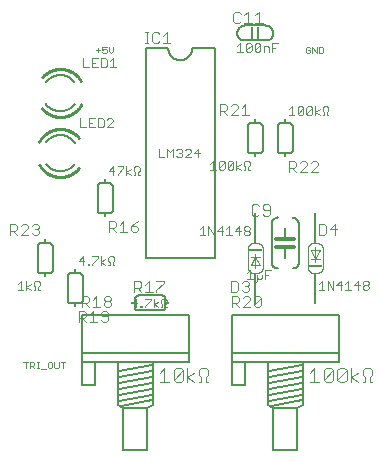
<source format=gto>
G75*
%MOIN*%
%OFA0B0*%
%FSLAX25Y25*%
%IPPOS*%
%LPD*%
%AMOC8*
5,1,8,0,0,1.08239X$1,22.5*
%
%ADD10C,0.00600*%
%ADD11C,0.01200*%
%ADD12C,0.00300*%
%ADD13C,0.00500*%
%ADD14R,0.00800X0.07200*%
%ADD15C,0.00400*%
%ADD16R,0.05000X0.01000*%
%ADD17C,0.01000*%
%ADD18R,0.01000X0.01500*%
%ADD19R,0.01500X0.01000*%
%ADD20C,0.00800*%
%ADD21C,0.00200*%
%ADD22R,0.01000X0.04000*%
D10*
X0021407Y0050337D02*
X0024407Y0050337D01*
X0024467Y0050339D01*
X0024528Y0050344D01*
X0024587Y0050353D01*
X0024646Y0050366D01*
X0024705Y0050382D01*
X0024762Y0050402D01*
X0024817Y0050425D01*
X0024872Y0050452D01*
X0024924Y0050481D01*
X0024975Y0050514D01*
X0025024Y0050550D01*
X0025070Y0050588D01*
X0025114Y0050630D01*
X0025156Y0050674D01*
X0025194Y0050720D01*
X0025230Y0050769D01*
X0025263Y0050820D01*
X0025292Y0050872D01*
X0025319Y0050927D01*
X0025342Y0050982D01*
X0025362Y0051039D01*
X0025378Y0051098D01*
X0025391Y0051157D01*
X0025400Y0051216D01*
X0025405Y0051277D01*
X0025407Y0051337D01*
X0025407Y0059337D01*
X0025405Y0059397D01*
X0025400Y0059458D01*
X0025391Y0059517D01*
X0025378Y0059576D01*
X0025362Y0059635D01*
X0025342Y0059692D01*
X0025319Y0059747D01*
X0025292Y0059802D01*
X0025263Y0059854D01*
X0025230Y0059905D01*
X0025194Y0059954D01*
X0025156Y0060000D01*
X0025114Y0060044D01*
X0025070Y0060086D01*
X0025024Y0060124D01*
X0024975Y0060160D01*
X0024924Y0060193D01*
X0024872Y0060222D01*
X0024817Y0060249D01*
X0024762Y0060272D01*
X0024705Y0060292D01*
X0024646Y0060308D01*
X0024587Y0060321D01*
X0024528Y0060330D01*
X0024467Y0060335D01*
X0024407Y0060337D01*
X0021407Y0060337D01*
X0021347Y0060335D01*
X0021286Y0060330D01*
X0021227Y0060321D01*
X0021168Y0060308D01*
X0021109Y0060292D01*
X0021052Y0060272D01*
X0020997Y0060249D01*
X0020942Y0060222D01*
X0020890Y0060193D01*
X0020839Y0060160D01*
X0020790Y0060124D01*
X0020744Y0060086D01*
X0020700Y0060044D01*
X0020658Y0060000D01*
X0020620Y0059954D01*
X0020584Y0059905D01*
X0020551Y0059854D01*
X0020522Y0059802D01*
X0020495Y0059747D01*
X0020472Y0059692D01*
X0020452Y0059635D01*
X0020436Y0059576D01*
X0020423Y0059517D01*
X0020414Y0059458D01*
X0020409Y0059397D01*
X0020407Y0059337D01*
X0020407Y0051337D01*
X0020409Y0051277D01*
X0020414Y0051216D01*
X0020423Y0051157D01*
X0020436Y0051098D01*
X0020452Y0051039D01*
X0020472Y0050982D01*
X0020495Y0050927D01*
X0020522Y0050872D01*
X0020551Y0050820D01*
X0020584Y0050769D01*
X0020620Y0050720D01*
X0020658Y0050674D01*
X0020700Y0050630D01*
X0020744Y0050588D01*
X0020790Y0050550D01*
X0020839Y0050514D01*
X0020890Y0050481D01*
X0020942Y0050452D01*
X0020997Y0050425D01*
X0021052Y0050402D01*
X0021109Y0050382D01*
X0021168Y0050366D01*
X0021227Y0050353D01*
X0021286Y0050344D01*
X0021347Y0050339D01*
X0021407Y0050337D01*
X0021347Y0050339D01*
X0021286Y0050344D01*
X0021227Y0050353D01*
X0021168Y0050366D01*
X0021109Y0050382D01*
X0021052Y0050402D01*
X0020997Y0050425D01*
X0020942Y0050452D01*
X0020890Y0050481D01*
X0020839Y0050514D01*
X0020790Y0050550D01*
X0020744Y0050588D01*
X0020700Y0050630D01*
X0020658Y0050674D01*
X0020620Y0050720D01*
X0020584Y0050769D01*
X0020551Y0050820D01*
X0020522Y0050872D01*
X0020495Y0050927D01*
X0020472Y0050982D01*
X0020452Y0051039D01*
X0020436Y0051098D01*
X0020423Y0051157D01*
X0020414Y0051216D01*
X0020409Y0051277D01*
X0020407Y0051337D01*
X0024407Y0050337D02*
X0024467Y0050339D01*
X0024528Y0050344D01*
X0024587Y0050353D01*
X0024646Y0050366D01*
X0024705Y0050382D01*
X0024762Y0050402D01*
X0024817Y0050425D01*
X0024872Y0050452D01*
X0024924Y0050481D01*
X0024975Y0050514D01*
X0025024Y0050550D01*
X0025070Y0050588D01*
X0025114Y0050630D01*
X0025156Y0050674D01*
X0025194Y0050720D01*
X0025230Y0050769D01*
X0025263Y0050820D01*
X0025292Y0050872D01*
X0025319Y0050927D01*
X0025342Y0050982D01*
X0025362Y0051039D01*
X0025378Y0051098D01*
X0025391Y0051157D01*
X0025400Y0051216D01*
X0025405Y0051277D01*
X0025407Y0051337D01*
X0025407Y0059337D02*
X0025405Y0059397D01*
X0025400Y0059458D01*
X0025391Y0059517D01*
X0025378Y0059576D01*
X0025362Y0059635D01*
X0025342Y0059692D01*
X0025319Y0059747D01*
X0025292Y0059802D01*
X0025263Y0059854D01*
X0025230Y0059905D01*
X0025194Y0059954D01*
X0025156Y0060000D01*
X0025114Y0060044D01*
X0025070Y0060086D01*
X0025024Y0060124D01*
X0024975Y0060160D01*
X0024924Y0060193D01*
X0024872Y0060222D01*
X0024817Y0060249D01*
X0024762Y0060272D01*
X0024705Y0060292D01*
X0024646Y0060308D01*
X0024587Y0060321D01*
X0024528Y0060330D01*
X0024467Y0060335D01*
X0024407Y0060337D01*
X0021407Y0060337D02*
X0021347Y0060335D01*
X0021286Y0060330D01*
X0021227Y0060321D01*
X0021168Y0060308D01*
X0021109Y0060292D01*
X0021052Y0060272D01*
X0020997Y0060249D01*
X0020942Y0060222D01*
X0020890Y0060193D01*
X0020839Y0060160D01*
X0020790Y0060124D01*
X0020744Y0060086D01*
X0020700Y0060044D01*
X0020658Y0060000D01*
X0020620Y0059954D01*
X0020584Y0059905D01*
X0020551Y0059854D01*
X0020522Y0059802D01*
X0020495Y0059747D01*
X0020472Y0059692D01*
X0020452Y0059635D01*
X0020436Y0059576D01*
X0020423Y0059517D01*
X0020414Y0059458D01*
X0020409Y0059397D01*
X0020407Y0059337D01*
X0015407Y0061337D02*
X0015407Y0069337D01*
X0015405Y0069397D01*
X0015400Y0069458D01*
X0015391Y0069517D01*
X0015378Y0069576D01*
X0015362Y0069635D01*
X0015342Y0069692D01*
X0015319Y0069747D01*
X0015292Y0069802D01*
X0015263Y0069854D01*
X0015230Y0069905D01*
X0015194Y0069954D01*
X0015156Y0070000D01*
X0015114Y0070044D01*
X0015070Y0070086D01*
X0015024Y0070124D01*
X0014975Y0070160D01*
X0014924Y0070193D01*
X0014872Y0070222D01*
X0014817Y0070249D01*
X0014762Y0070272D01*
X0014705Y0070292D01*
X0014646Y0070308D01*
X0014587Y0070321D01*
X0014528Y0070330D01*
X0014467Y0070335D01*
X0014407Y0070337D01*
X0011407Y0070337D01*
X0011347Y0070335D01*
X0011286Y0070330D01*
X0011227Y0070321D01*
X0011168Y0070308D01*
X0011109Y0070292D01*
X0011052Y0070272D01*
X0010997Y0070249D01*
X0010942Y0070222D01*
X0010890Y0070193D01*
X0010839Y0070160D01*
X0010790Y0070124D01*
X0010744Y0070086D01*
X0010700Y0070044D01*
X0010658Y0070000D01*
X0010620Y0069954D01*
X0010584Y0069905D01*
X0010551Y0069854D01*
X0010522Y0069802D01*
X0010495Y0069747D01*
X0010472Y0069692D01*
X0010452Y0069635D01*
X0010436Y0069576D01*
X0010423Y0069517D01*
X0010414Y0069458D01*
X0010409Y0069397D01*
X0010407Y0069337D01*
X0010407Y0061337D01*
X0010409Y0061277D01*
X0010414Y0061216D01*
X0010423Y0061157D01*
X0010436Y0061098D01*
X0010452Y0061039D01*
X0010472Y0060982D01*
X0010495Y0060927D01*
X0010522Y0060872D01*
X0010551Y0060820D01*
X0010584Y0060769D01*
X0010620Y0060720D01*
X0010658Y0060674D01*
X0010700Y0060630D01*
X0010744Y0060588D01*
X0010790Y0060550D01*
X0010839Y0060514D01*
X0010890Y0060481D01*
X0010942Y0060452D01*
X0010997Y0060425D01*
X0011052Y0060402D01*
X0011109Y0060382D01*
X0011168Y0060366D01*
X0011227Y0060353D01*
X0011286Y0060344D01*
X0011347Y0060339D01*
X0011407Y0060337D01*
X0014407Y0060337D01*
X0014467Y0060339D01*
X0014528Y0060344D01*
X0014587Y0060353D01*
X0014646Y0060366D01*
X0014705Y0060382D01*
X0014762Y0060402D01*
X0014817Y0060425D01*
X0014872Y0060452D01*
X0014924Y0060481D01*
X0014975Y0060514D01*
X0015024Y0060550D01*
X0015070Y0060588D01*
X0015114Y0060630D01*
X0015156Y0060674D01*
X0015194Y0060720D01*
X0015230Y0060769D01*
X0015263Y0060820D01*
X0015292Y0060872D01*
X0015319Y0060927D01*
X0015342Y0060982D01*
X0015362Y0061039D01*
X0015378Y0061098D01*
X0015391Y0061157D01*
X0015400Y0061216D01*
X0015405Y0061277D01*
X0015407Y0061337D01*
X0015405Y0061277D01*
X0015400Y0061216D01*
X0015391Y0061157D01*
X0015378Y0061098D01*
X0015362Y0061039D01*
X0015342Y0060982D01*
X0015319Y0060927D01*
X0015292Y0060872D01*
X0015263Y0060820D01*
X0015230Y0060769D01*
X0015194Y0060720D01*
X0015156Y0060674D01*
X0015114Y0060630D01*
X0015070Y0060588D01*
X0015024Y0060550D01*
X0014975Y0060514D01*
X0014924Y0060481D01*
X0014872Y0060452D01*
X0014817Y0060425D01*
X0014762Y0060402D01*
X0014705Y0060382D01*
X0014646Y0060366D01*
X0014587Y0060353D01*
X0014528Y0060344D01*
X0014467Y0060339D01*
X0014407Y0060337D01*
X0011407Y0060337D02*
X0011347Y0060339D01*
X0011286Y0060344D01*
X0011227Y0060353D01*
X0011168Y0060366D01*
X0011109Y0060382D01*
X0011052Y0060402D01*
X0010997Y0060425D01*
X0010942Y0060452D01*
X0010890Y0060481D01*
X0010839Y0060514D01*
X0010790Y0060550D01*
X0010744Y0060588D01*
X0010700Y0060630D01*
X0010658Y0060674D01*
X0010620Y0060720D01*
X0010584Y0060769D01*
X0010551Y0060820D01*
X0010522Y0060872D01*
X0010495Y0060927D01*
X0010472Y0060982D01*
X0010452Y0061039D01*
X0010436Y0061098D01*
X0010423Y0061157D01*
X0010414Y0061216D01*
X0010409Y0061277D01*
X0010407Y0061337D01*
X0010407Y0069337D02*
X0010409Y0069397D01*
X0010414Y0069458D01*
X0010423Y0069517D01*
X0010436Y0069576D01*
X0010452Y0069635D01*
X0010472Y0069692D01*
X0010495Y0069747D01*
X0010522Y0069802D01*
X0010551Y0069854D01*
X0010584Y0069905D01*
X0010620Y0069954D01*
X0010658Y0070000D01*
X0010700Y0070044D01*
X0010744Y0070086D01*
X0010790Y0070124D01*
X0010839Y0070160D01*
X0010890Y0070193D01*
X0010942Y0070222D01*
X0010997Y0070249D01*
X0011052Y0070272D01*
X0011109Y0070292D01*
X0011168Y0070308D01*
X0011227Y0070321D01*
X0011286Y0070330D01*
X0011347Y0070335D01*
X0011407Y0070337D01*
X0014407Y0070337D02*
X0014467Y0070335D01*
X0014528Y0070330D01*
X0014587Y0070321D01*
X0014646Y0070308D01*
X0014705Y0070292D01*
X0014762Y0070272D01*
X0014817Y0070249D01*
X0014872Y0070222D01*
X0014924Y0070193D01*
X0014975Y0070160D01*
X0015024Y0070124D01*
X0015070Y0070086D01*
X0015114Y0070044D01*
X0015156Y0070000D01*
X0015194Y0069954D01*
X0015230Y0069905D01*
X0015263Y0069854D01*
X0015292Y0069802D01*
X0015319Y0069747D01*
X0015342Y0069692D01*
X0015362Y0069635D01*
X0015378Y0069576D01*
X0015391Y0069517D01*
X0015400Y0069458D01*
X0015405Y0069397D01*
X0015407Y0069337D01*
X0030407Y0081337D02*
X0030407Y0089337D01*
X0030409Y0089397D01*
X0030414Y0089458D01*
X0030423Y0089517D01*
X0030436Y0089576D01*
X0030452Y0089635D01*
X0030472Y0089692D01*
X0030495Y0089747D01*
X0030522Y0089802D01*
X0030551Y0089854D01*
X0030584Y0089905D01*
X0030620Y0089954D01*
X0030658Y0090000D01*
X0030700Y0090044D01*
X0030744Y0090086D01*
X0030790Y0090124D01*
X0030839Y0090160D01*
X0030890Y0090193D01*
X0030942Y0090222D01*
X0030997Y0090249D01*
X0031052Y0090272D01*
X0031109Y0090292D01*
X0031168Y0090308D01*
X0031227Y0090321D01*
X0031286Y0090330D01*
X0031347Y0090335D01*
X0031407Y0090337D01*
X0034407Y0090337D01*
X0034467Y0090335D01*
X0034528Y0090330D01*
X0034587Y0090321D01*
X0034646Y0090308D01*
X0034705Y0090292D01*
X0034762Y0090272D01*
X0034817Y0090249D01*
X0034872Y0090222D01*
X0034924Y0090193D01*
X0034975Y0090160D01*
X0035024Y0090124D01*
X0035070Y0090086D01*
X0035114Y0090044D01*
X0035156Y0090000D01*
X0035194Y0089954D01*
X0035230Y0089905D01*
X0035263Y0089854D01*
X0035292Y0089802D01*
X0035319Y0089747D01*
X0035342Y0089692D01*
X0035362Y0089635D01*
X0035378Y0089576D01*
X0035391Y0089517D01*
X0035400Y0089458D01*
X0035405Y0089397D01*
X0035407Y0089337D01*
X0035407Y0081337D01*
X0035405Y0081277D01*
X0035400Y0081216D01*
X0035391Y0081157D01*
X0035378Y0081098D01*
X0035362Y0081039D01*
X0035342Y0080982D01*
X0035319Y0080927D01*
X0035292Y0080872D01*
X0035263Y0080820D01*
X0035230Y0080769D01*
X0035194Y0080720D01*
X0035156Y0080674D01*
X0035114Y0080630D01*
X0035070Y0080588D01*
X0035024Y0080550D01*
X0034975Y0080514D01*
X0034924Y0080481D01*
X0034872Y0080452D01*
X0034817Y0080425D01*
X0034762Y0080402D01*
X0034705Y0080382D01*
X0034646Y0080366D01*
X0034587Y0080353D01*
X0034528Y0080344D01*
X0034467Y0080339D01*
X0034407Y0080337D01*
X0031407Y0080337D01*
X0031347Y0080339D01*
X0031286Y0080344D01*
X0031227Y0080353D01*
X0031168Y0080366D01*
X0031109Y0080382D01*
X0031052Y0080402D01*
X0030997Y0080425D01*
X0030942Y0080452D01*
X0030890Y0080481D01*
X0030839Y0080514D01*
X0030790Y0080550D01*
X0030744Y0080588D01*
X0030700Y0080630D01*
X0030658Y0080674D01*
X0030620Y0080720D01*
X0030584Y0080769D01*
X0030551Y0080820D01*
X0030522Y0080872D01*
X0030495Y0080927D01*
X0030472Y0080982D01*
X0030452Y0081039D01*
X0030436Y0081098D01*
X0030423Y0081157D01*
X0030414Y0081216D01*
X0030409Y0081277D01*
X0030407Y0081337D01*
X0030409Y0081277D01*
X0030414Y0081216D01*
X0030423Y0081157D01*
X0030436Y0081098D01*
X0030452Y0081039D01*
X0030472Y0080982D01*
X0030495Y0080927D01*
X0030522Y0080872D01*
X0030551Y0080820D01*
X0030584Y0080769D01*
X0030620Y0080720D01*
X0030658Y0080674D01*
X0030700Y0080630D01*
X0030744Y0080588D01*
X0030790Y0080550D01*
X0030839Y0080514D01*
X0030890Y0080481D01*
X0030942Y0080452D01*
X0030997Y0080425D01*
X0031052Y0080402D01*
X0031109Y0080382D01*
X0031168Y0080366D01*
X0031227Y0080353D01*
X0031286Y0080344D01*
X0031347Y0080339D01*
X0031407Y0080337D01*
X0034407Y0080337D02*
X0034467Y0080339D01*
X0034528Y0080344D01*
X0034587Y0080353D01*
X0034646Y0080366D01*
X0034705Y0080382D01*
X0034762Y0080402D01*
X0034817Y0080425D01*
X0034872Y0080452D01*
X0034924Y0080481D01*
X0034975Y0080514D01*
X0035024Y0080550D01*
X0035070Y0080588D01*
X0035114Y0080630D01*
X0035156Y0080674D01*
X0035194Y0080720D01*
X0035230Y0080769D01*
X0035263Y0080820D01*
X0035292Y0080872D01*
X0035319Y0080927D01*
X0035342Y0080982D01*
X0035362Y0081039D01*
X0035378Y0081098D01*
X0035391Y0081157D01*
X0035400Y0081216D01*
X0035405Y0081277D01*
X0035407Y0081337D01*
X0035407Y0089337D02*
X0035405Y0089397D01*
X0035400Y0089458D01*
X0035391Y0089517D01*
X0035378Y0089576D01*
X0035362Y0089635D01*
X0035342Y0089692D01*
X0035319Y0089747D01*
X0035292Y0089802D01*
X0035263Y0089854D01*
X0035230Y0089905D01*
X0035194Y0089954D01*
X0035156Y0090000D01*
X0035114Y0090044D01*
X0035070Y0090086D01*
X0035024Y0090124D01*
X0034975Y0090160D01*
X0034924Y0090193D01*
X0034872Y0090222D01*
X0034817Y0090249D01*
X0034762Y0090272D01*
X0034705Y0090292D01*
X0034646Y0090308D01*
X0034587Y0090321D01*
X0034528Y0090330D01*
X0034467Y0090335D01*
X0034407Y0090337D01*
X0031407Y0090337D02*
X0031347Y0090335D01*
X0031286Y0090330D01*
X0031227Y0090321D01*
X0031168Y0090308D01*
X0031109Y0090292D01*
X0031052Y0090272D01*
X0030997Y0090249D01*
X0030942Y0090222D01*
X0030890Y0090193D01*
X0030839Y0090160D01*
X0030790Y0090124D01*
X0030744Y0090086D01*
X0030700Y0090044D01*
X0030658Y0090000D01*
X0030620Y0089954D01*
X0030584Y0089905D01*
X0030551Y0089854D01*
X0030522Y0089802D01*
X0030495Y0089747D01*
X0030472Y0089692D01*
X0030452Y0089635D01*
X0030436Y0089576D01*
X0030423Y0089517D01*
X0030414Y0089458D01*
X0030409Y0089397D01*
X0030407Y0089337D01*
X0017907Y0094337D02*
X0017755Y0094339D01*
X0017604Y0094345D01*
X0017453Y0094354D01*
X0017301Y0094368D01*
X0017151Y0094385D01*
X0017001Y0094406D01*
X0016851Y0094431D01*
X0016702Y0094459D01*
X0016554Y0094492D01*
X0016407Y0094528D01*
X0016260Y0094567D01*
X0016115Y0094611D01*
X0015971Y0094658D01*
X0015828Y0094709D01*
X0015687Y0094763D01*
X0015546Y0094821D01*
X0015408Y0094882D01*
X0015271Y0094947D01*
X0015135Y0095016D01*
X0015002Y0095087D01*
X0014870Y0095162D01*
X0014740Y0095241D01*
X0014613Y0095322D01*
X0014487Y0095407D01*
X0014363Y0095495D01*
X0014242Y0095586D01*
X0014123Y0095680D01*
X0014007Y0095778D01*
X0013893Y0095878D01*
X0013781Y0095980D01*
X0013673Y0096086D01*
X0013567Y0096194D01*
X0013463Y0096305D01*
X0013363Y0096419D01*
X0013265Y0096535D01*
X0013171Y0096654D01*
X0017907Y0106337D02*
X0018061Y0106335D01*
X0018215Y0106329D01*
X0018369Y0106319D01*
X0018523Y0106305D01*
X0018676Y0106288D01*
X0018828Y0106266D01*
X0018980Y0106240D01*
X0019132Y0106211D01*
X0019282Y0106177D01*
X0019432Y0106140D01*
X0019580Y0106099D01*
X0019728Y0106054D01*
X0019874Y0106005D01*
X0020019Y0105953D01*
X0020162Y0105897D01*
X0020305Y0105837D01*
X0020445Y0105774D01*
X0020584Y0105707D01*
X0020721Y0105636D01*
X0020856Y0105562D01*
X0020989Y0105485D01*
X0021121Y0105404D01*
X0021250Y0105320D01*
X0021377Y0105232D01*
X0021501Y0105141D01*
X0021623Y0105048D01*
X0021743Y0104950D01*
X0021860Y0104850D01*
X0021975Y0104747D01*
X0022087Y0104641D01*
X0022196Y0104533D01*
X0022302Y0104421D01*
X0022406Y0104307D01*
X0022506Y0104190D01*
X0022604Y0104071D01*
X0022698Y0103949D01*
X0022789Y0103824D01*
X0017907Y0106337D02*
X0017757Y0106335D01*
X0017606Y0106329D01*
X0017456Y0106320D01*
X0017307Y0106307D01*
X0017157Y0106290D01*
X0017008Y0106269D01*
X0016860Y0106245D01*
X0016712Y0106217D01*
X0016565Y0106185D01*
X0016419Y0106150D01*
X0016274Y0106110D01*
X0016130Y0106068D01*
X0015987Y0106021D01*
X0015845Y0105971D01*
X0015704Y0105918D01*
X0015565Y0105861D01*
X0015427Y0105801D01*
X0015291Y0105737D01*
X0015157Y0105670D01*
X0015024Y0105599D01*
X0014893Y0105525D01*
X0014764Y0105448D01*
X0014637Y0105367D01*
X0014512Y0105284D01*
X0014389Y0105197D01*
X0014268Y0105108D01*
X0014150Y0105015D01*
X0014034Y0104919D01*
X0013920Y0104821D01*
X0013809Y0104720D01*
X0013700Y0104615D01*
X0013595Y0104509D01*
X0013491Y0104399D01*
X0013391Y0104287D01*
X0013293Y0104173D01*
X0013199Y0104056D01*
X0013107Y0103937D01*
X0017907Y0094337D02*
X0018059Y0094339D01*
X0018210Y0094345D01*
X0018361Y0094354D01*
X0018513Y0094368D01*
X0018663Y0094385D01*
X0018813Y0094406D01*
X0018963Y0094431D01*
X0019112Y0094459D01*
X0019260Y0094492D01*
X0019407Y0094528D01*
X0019554Y0094567D01*
X0019699Y0094611D01*
X0019843Y0094658D01*
X0019986Y0094709D01*
X0020127Y0094763D01*
X0020268Y0094821D01*
X0020406Y0094882D01*
X0020543Y0094947D01*
X0020679Y0095016D01*
X0020812Y0095087D01*
X0020944Y0095162D01*
X0021074Y0095241D01*
X0021201Y0095322D01*
X0021327Y0095407D01*
X0021451Y0095495D01*
X0021572Y0095586D01*
X0021691Y0095680D01*
X0021807Y0095778D01*
X0021921Y0095878D01*
X0022033Y0095980D01*
X0022141Y0096086D01*
X0022247Y0096194D01*
X0022351Y0096305D01*
X0022451Y0096419D01*
X0022549Y0096535D01*
X0022643Y0096654D01*
X0013171Y0124020D02*
X0013265Y0124139D01*
X0013363Y0124255D01*
X0013463Y0124369D01*
X0013567Y0124480D01*
X0013673Y0124588D01*
X0013781Y0124694D01*
X0013893Y0124796D01*
X0014007Y0124896D01*
X0014123Y0124994D01*
X0014242Y0125088D01*
X0014363Y0125179D01*
X0014487Y0125267D01*
X0014613Y0125352D01*
X0014740Y0125433D01*
X0014870Y0125512D01*
X0015002Y0125587D01*
X0015135Y0125658D01*
X0015271Y0125727D01*
X0015408Y0125792D01*
X0015546Y0125853D01*
X0015687Y0125911D01*
X0015828Y0125965D01*
X0015971Y0126016D01*
X0016115Y0126063D01*
X0016260Y0126107D01*
X0016407Y0126146D01*
X0016554Y0126182D01*
X0016702Y0126215D01*
X0016851Y0126243D01*
X0017001Y0126268D01*
X0017151Y0126289D01*
X0017301Y0126306D01*
X0017453Y0126320D01*
X0017604Y0126329D01*
X0017755Y0126335D01*
X0017907Y0126337D01*
X0022707Y0116737D02*
X0022615Y0116618D01*
X0022521Y0116501D01*
X0022423Y0116387D01*
X0022323Y0116275D01*
X0022219Y0116165D01*
X0022114Y0116059D01*
X0022005Y0115954D01*
X0021894Y0115853D01*
X0021780Y0115755D01*
X0021664Y0115659D01*
X0021546Y0115566D01*
X0021425Y0115477D01*
X0021302Y0115390D01*
X0021177Y0115307D01*
X0021050Y0115226D01*
X0020921Y0115149D01*
X0020790Y0115075D01*
X0020657Y0115004D01*
X0020523Y0114937D01*
X0020387Y0114873D01*
X0020249Y0114813D01*
X0020110Y0114756D01*
X0019969Y0114703D01*
X0019827Y0114653D01*
X0019684Y0114606D01*
X0019540Y0114564D01*
X0019395Y0114524D01*
X0019249Y0114489D01*
X0019102Y0114457D01*
X0018954Y0114429D01*
X0018806Y0114405D01*
X0018657Y0114384D01*
X0018507Y0114367D01*
X0018358Y0114354D01*
X0018208Y0114345D01*
X0018057Y0114339D01*
X0017907Y0114337D01*
X0022643Y0124020D02*
X0022549Y0124139D01*
X0022451Y0124255D01*
X0022351Y0124369D01*
X0022247Y0124480D01*
X0022141Y0124588D01*
X0022033Y0124694D01*
X0021921Y0124796D01*
X0021807Y0124896D01*
X0021691Y0124994D01*
X0021572Y0125088D01*
X0021451Y0125179D01*
X0021327Y0125267D01*
X0021201Y0125352D01*
X0021074Y0125433D01*
X0020944Y0125512D01*
X0020812Y0125587D01*
X0020679Y0125658D01*
X0020543Y0125727D01*
X0020406Y0125792D01*
X0020268Y0125853D01*
X0020127Y0125911D01*
X0019986Y0125965D01*
X0019843Y0126016D01*
X0019699Y0126063D01*
X0019554Y0126107D01*
X0019407Y0126146D01*
X0019260Y0126182D01*
X0019112Y0126215D01*
X0018963Y0126243D01*
X0018813Y0126268D01*
X0018663Y0126289D01*
X0018513Y0126306D01*
X0018361Y0126320D01*
X0018210Y0126329D01*
X0018059Y0126335D01*
X0017907Y0126337D01*
X0013025Y0116850D02*
X0013116Y0116725D01*
X0013210Y0116603D01*
X0013308Y0116484D01*
X0013408Y0116367D01*
X0013512Y0116253D01*
X0013618Y0116141D01*
X0013727Y0116033D01*
X0013839Y0115927D01*
X0013954Y0115824D01*
X0014071Y0115724D01*
X0014191Y0115626D01*
X0014313Y0115533D01*
X0014437Y0115442D01*
X0014564Y0115354D01*
X0014693Y0115270D01*
X0014825Y0115189D01*
X0014958Y0115112D01*
X0015093Y0115038D01*
X0015230Y0114967D01*
X0015369Y0114900D01*
X0015509Y0114837D01*
X0015652Y0114777D01*
X0015795Y0114721D01*
X0015940Y0114669D01*
X0016086Y0114620D01*
X0016234Y0114575D01*
X0016382Y0114534D01*
X0016532Y0114497D01*
X0016682Y0114463D01*
X0016834Y0114434D01*
X0016986Y0114408D01*
X0017138Y0114386D01*
X0017291Y0114369D01*
X0017445Y0114355D01*
X0017599Y0114345D01*
X0017753Y0114339D01*
X0017907Y0114337D01*
X0046407Y0135337D02*
X0053907Y0135337D01*
X0053909Y0135211D01*
X0053915Y0135086D01*
X0053925Y0134961D01*
X0053939Y0134836D01*
X0053956Y0134711D01*
X0053978Y0134587D01*
X0054003Y0134464D01*
X0054033Y0134342D01*
X0054066Y0134221D01*
X0054103Y0134101D01*
X0054143Y0133982D01*
X0054188Y0133865D01*
X0054236Y0133748D01*
X0054288Y0133634D01*
X0054343Y0133521D01*
X0054402Y0133410D01*
X0054464Y0133301D01*
X0054530Y0133194D01*
X0054599Y0133089D01*
X0054671Y0132986D01*
X0054746Y0132885D01*
X0054825Y0132787D01*
X0054907Y0132692D01*
X0054991Y0132599D01*
X0055079Y0132509D01*
X0055169Y0132421D01*
X0055262Y0132337D01*
X0055357Y0132255D01*
X0055455Y0132176D01*
X0055556Y0132101D01*
X0055659Y0132029D01*
X0055764Y0131960D01*
X0055871Y0131894D01*
X0055980Y0131832D01*
X0056091Y0131773D01*
X0056204Y0131718D01*
X0056318Y0131666D01*
X0056435Y0131618D01*
X0056552Y0131573D01*
X0056671Y0131533D01*
X0056791Y0131496D01*
X0056912Y0131463D01*
X0057034Y0131433D01*
X0057157Y0131408D01*
X0057281Y0131386D01*
X0057406Y0131369D01*
X0057531Y0131355D01*
X0057656Y0131345D01*
X0057781Y0131339D01*
X0057907Y0131337D01*
X0058033Y0131339D01*
X0058158Y0131345D01*
X0058283Y0131355D01*
X0058408Y0131369D01*
X0058533Y0131386D01*
X0058657Y0131408D01*
X0058780Y0131433D01*
X0058902Y0131463D01*
X0059023Y0131496D01*
X0059143Y0131533D01*
X0059262Y0131573D01*
X0059379Y0131618D01*
X0059496Y0131666D01*
X0059610Y0131718D01*
X0059723Y0131773D01*
X0059834Y0131832D01*
X0059943Y0131894D01*
X0060050Y0131960D01*
X0060155Y0132029D01*
X0060258Y0132101D01*
X0060359Y0132176D01*
X0060457Y0132255D01*
X0060552Y0132337D01*
X0060645Y0132421D01*
X0060735Y0132509D01*
X0060823Y0132599D01*
X0060907Y0132692D01*
X0060989Y0132787D01*
X0061068Y0132885D01*
X0061143Y0132986D01*
X0061215Y0133089D01*
X0061284Y0133194D01*
X0061350Y0133301D01*
X0061412Y0133410D01*
X0061471Y0133521D01*
X0061526Y0133634D01*
X0061578Y0133748D01*
X0061626Y0133865D01*
X0061671Y0133982D01*
X0061711Y0134101D01*
X0061748Y0134221D01*
X0061781Y0134342D01*
X0061811Y0134464D01*
X0061836Y0134587D01*
X0061858Y0134711D01*
X0061875Y0134836D01*
X0061889Y0134961D01*
X0061899Y0135086D01*
X0061905Y0135211D01*
X0061907Y0135337D01*
X0069407Y0135337D01*
X0069407Y0065337D01*
X0046407Y0065337D01*
X0046407Y0135337D01*
X0080407Y0109337D02*
X0080407Y0101337D01*
X0080409Y0101277D01*
X0080414Y0101216D01*
X0080423Y0101157D01*
X0080436Y0101098D01*
X0080452Y0101039D01*
X0080472Y0100982D01*
X0080495Y0100927D01*
X0080522Y0100872D01*
X0080551Y0100820D01*
X0080584Y0100769D01*
X0080620Y0100720D01*
X0080658Y0100674D01*
X0080700Y0100630D01*
X0080744Y0100588D01*
X0080790Y0100550D01*
X0080839Y0100514D01*
X0080890Y0100481D01*
X0080942Y0100452D01*
X0080997Y0100425D01*
X0081052Y0100402D01*
X0081109Y0100382D01*
X0081168Y0100366D01*
X0081227Y0100353D01*
X0081286Y0100344D01*
X0081347Y0100339D01*
X0081407Y0100337D01*
X0084407Y0100337D01*
X0084467Y0100339D01*
X0084528Y0100344D01*
X0084587Y0100353D01*
X0084646Y0100366D01*
X0084705Y0100382D01*
X0084762Y0100402D01*
X0084817Y0100425D01*
X0084872Y0100452D01*
X0084924Y0100481D01*
X0084975Y0100514D01*
X0085024Y0100550D01*
X0085070Y0100588D01*
X0085114Y0100630D01*
X0085156Y0100674D01*
X0085194Y0100720D01*
X0085230Y0100769D01*
X0085263Y0100820D01*
X0085292Y0100872D01*
X0085319Y0100927D01*
X0085342Y0100982D01*
X0085362Y0101039D01*
X0085378Y0101098D01*
X0085391Y0101157D01*
X0085400Y0101216D01*
X0085405Y0101277D01*
X0085407Y0101337D01*
X0085407Y0109337D01*
X0085405Y0109397D01*
X0085400Y0109458D01*
X0085391Y0109517D01*
X0085378Y0109576D01*
X0085362Y0109635D01*
X0085342Y0109692D01*
X0085319Y0109747D01*
X0085292Y0109802D01*
X0085263Y0109854D01*
X0085230Y0109905D01*
X0085194Y0109954D01*
X0085156Y0110000D01*
X0085114Y0110044D01*
X0085070Y0110086D01*
X0085024Y0110124D01*
X0084975Y0110160D01*
X0084924Y0110193D01*
X0084872Y0110222D01*
X0084817Y0110249D01*
X0084762Y0110272D01*
X0084705Y0110292D01*
X0084646Y0110308D01*
X0084587Y0110321D01*
X0084528Y0110330D01*
X0084467Y0110335D01*
X0084407Y0110337D01*
X0081407Y0110337D01*
X0081347Y0110335D01*
X0081286Y0110330D01*
X0081227Y0110321D01*
X0081168Y0110308D01*
X0081109Y0110292D01*
X0081052Y0110272D01*
X0080997Y0110249D01*
X0080942Y0110222D01*
X0080890Y0110193D01*
X0080839Y0110160D01*
X0080790Y0110124D01*
X0080744Y0110086D01*
X0080700Y0110044D01*
X0080658Y0110000D01*
X0080620Y0109954D01*
X0080584Y0109905D01*
X0080551Y0109854D01*
X0080522Y0109802D01*
X0080495Y0109747D01*
X0080472Y0109692D01*
X0080452Y0109635D01*
X0080436Y0109576D01*
X0080423Y0109517D01*
X0080414Y0109458D01*
X0080409Y0109397D01*
X0080407Y0109337D01*
X0080409Y0109397D01*
X0080414Y0109458D01*
X0080423Y0109517D01*
X0080436Y0109576D01*
X0080452Y0109635D01*
X0080472Y0109692D01*
X0080495Y0109747D01*
X0080522Y0109802D01*
X0080551Y0109854D01*
X0080584Y0109905D01*
X0080620Y0109954D01*
X0080658Y0110000D01*
X0080700Y0110044D01*
X0080744Y0110086D01*
X0080790Y0110124D01*
X0080839Y0110160D01*
X0080890Y0110193D01*
X0080942Y0110222D01*
X0080997Y0110249D01*
X0081052Y0110272D01*
X0081109Y0110292D01*
X0081168Y0110308D01*
X0081227Y0110321D01*
X0081286Y0110330D01*
X0081347Y0110335D01*
X0081407Y0110337D01*
X0084407Y0110337D02*
X0084467Y0110335D01*
X0084528Y0110330D01*
X0084587Y0110321D01*
X0084646Y0110308D01*
X0084705Y0110292D01*
X0084762Y0110272D01*
X0084817Y0110249D01*
X0084872Y0110222D01*
X0084924Y0110193D01*
X0084975Y0110160D01*
X0085024Y0110124D01*
X0085070Y0110086D01*
X0085114Y0110044D01*
X0085156Y0110000D01*
X0085194Y0109954D01*
X0085230Y0109905D01*
X0085263Y0109854D01*
X0085292Y0109802D01*
X0085319Y0109747D01*
X0085342Y0109692D01*
X0085362Y0109635D01*
X0085378Y0109576D01*
X0085391Y0109517D01*
X0085400Y0109458D01*
X0085405Y0109397D01*
X0085407Y0109337D01*
X0090407Y0109337D02*
X0090407Y0101337D01*
X0090409Y0101277D01*
X0090414Y0101216D01*
X0090423Y0101157D01*
X0090436Y0101098D01*
X0090452Y0101039D01*
X0090472Y0100982D01*
X0090495Y0100927D01*
X0090522Y0100872D01*
X0090551Y0100820D01*
X0090584Y0100769D01*
X0090620Y0100720D01*
X0090658Y0100674D01*
X0090700Y0100630D01*
X0090744Y0100588D01*
X0090790Y0100550D01*
X0090839Y0100514D01*
X0090890Y0100481D01*
X0090942Y0100452D01*
X0090997Y0100425D01*
X0091052Y0100402D01*
X0091109Y0100382D01*
X0091168Y0100366D01*
X0091227Y0100353D01*
X0091286Y0100344D01*
X0091347Y0100339D01*
X0091407Y0100337D01*
X0094407Y0100337D01*
X0094467Y0100339D01*
X0094528Y0100344D01*
X0094587Y0100353D01*
X0094646Y0100366D01*
X0094705Y0100382D01*
X0094762Y0100402D01*
X0094817Y0100425D01*
X0094872Y0100452D01*
X0094924Y0100481D01*
X0094975Y0100514D01*
X0095024Y0100550D01*
X0095070Y0100588D01*
X0095114Y0100630D01*
X0095156Y0100674D01*
X0095194Y0100720D01*
X0095230Y0100769D01*
X0095263Y0100820D01*
X0095292Y0100872D01*
X0095319Y0100927D01*
X0095342Y0100982D01*
X0095362Y0101039D01*
X0095378Y0101098D01*
X0095391Y0101157D01*
X0095400Y0101216D01*
X0095405Y0101277D01*
X0095407Y0101337D01*
X0095407Y0109337D01*
X0095405Y0109397D01*
X0095400Y0109458D01*
X0095391Y0109517D01*
X0095378Y0109576D01*
X0095362Y0109635D01*
X0095342Y0109692D01*
X0095319Y0109747D01*
X0095292Y0109802D01*
X0095263Y0109854D01*
X0095230Y0109905D01*
X0095194Y0109954D01*
X0095156Y0110000D01*
X0095114Y0110044D01*
X0095070Y0110086D01*
X0095024Y0110124D01*
X0094975Y0110160D01*
X0094924Y0110193D01*
X0094872Y0110222D01*
X0094817Y0110249D01*
X0094762Y0110272D01*
X0094705Y0110292D01*
X0094646Y0110308D01*
X0094587Y0110321D01*
X0094528Y0110330D01*
X0094467Y0110335D01*
X0094407Y0110337D01*
X0091407Y0110337D01*
X0091347Y0110335D01*
X0091286Y0110330D01*
X0091227Y0110321D01*
X0091168Y0110308D01*
X0091109Y0110292D01*
X0091052Y0110272D01*
X0090997Y0110249D01*
X0090942Y0110222D01*
X0090890Y0110193D01*
X0090839Y0110160D01*
X0090790Y0110124D01*
X0090744Y0110086D01*
X0090700Y0110044D01*
X0090658Y0110000D01*
X0090620Y0109954D01*
X0090584Y0109905D01*
X0090551Y0109854D01*
X0090522Y0109802D01*
X0090495Y0109747D01*
X0090472Y0109692D01*
X0090452Y0109635D01*
X0090436Y0109576D01*
X0090423Y0109517D01*
X0090414Y0109458D01*
X0090409Y0109397D01*
X0090407Y0109337D01*
X0090409Y0109397D01*
X0090414Y0109458D01*
X0090423Y0109517D01*
X0090436Y0109576D01*
X0090452Y0109635D01*
X0090472Y0109692D01*
X0090495Y0109747D01*
X0090522Y0109802D01*
X0090551Y0109854D01*
X0090584Y0109905D01*
X0090620Y0109954D01*
X0090658Y0110000D01*
X0090700Y0110044D01*
X0090744Y0110086D01*
X0090790Y0110124D01*
X0090839Y0110160D01*
X0090890Y0110193D01*
X0090942Y0110222D01*
X0090997Y0110249D01*
X0091052Y0110272D01*
X0091109Y0110292D01*
X0091168Y0110308D01*
X0091227Y0110321D01*
X0091286Y0110330D01*
X0091347Y0110335D01*
X0091407Y0110337D01*
X0094407Y0110337D02*
X0094467Y0110335D01*
X0094528Y0110330D01*
X0094587Y0110321D01*
X0094646Y0110308D01*
X0094705Y0110292D01*
X0094762Y0110272D01*
X0094817Y0110249D01*
X0094872Y0110222D01*
X0094924Y0110193D01*
X0094975Y0110160D01*
X0095024Y0110124D01*
X0095070Y0110086D01*
X0095114Y0110044D01*
X0095156Y0110000D01*
X0095194Y0109954D01*
X0095230Y0109905D01*
X0095263Y0109854D01*
X0095292Y0109802D01*
X0095319Y0109747D01*
X0095342Y0109692D01*
X0095362Y0109635D01*
X0095378Y0109576D01*
X0095391Y0109517D01*
X0095400Y0109458D01*
X0095405Y0109397D01*
X0095407Y0109337D01*
X0095407Y0101337D02*
X0095405Y0101277D01*
X0095400Y0101216D01*
X0095391Y0101157D01*
X0095378Y0101098D01*
X0095362Y0101039D01*
X0095342Y0100982D01*
X0095319Y0100927D01*
X0095292Y0100872D01*
X0095263Y0100820D01*
X0095230Y0100769D01*
X0095194Y0100720D01*
X0095156Y0100674D01*
X0095114Y0100630D01*
X0095070Y0100588D01*
X0095024Y0100550D01*
X0094975Y0100514D01*
X0094924Y0100481D01*
X0094872Y0100452D01*
X0094817Y0100425D01*
X0094762Y0100402D01*
X0094705Y0100382D01*
X0094646Y0100366D01*
X0094587Y0100353D01*
X0094528Y0100344D01*
X0094467Y0100339D01*
X0094407Y0100337D01*
X0091407Y0100337D02*
X0091347Y0100339D01*
X0091286Y0100344D01*
X0091227Y0100353D01*
X0091168Y0100366D01*
X0091109Y0100382D01*
X0091052Y0100402D01*
X0090997Y0100425D01*
X0090942Y0100452D01*
X0090890Y0100481D01*
X0090839Y0100514D01*
X0090790Y0100550D01*
X0090744Y0100588D01*
X0090700Y0100630D01*
X0090658Y0100674D01*
X0090620Y0100720D01*
X0090584Y0100769D01*
X0090551Y0100820D01*
X0090522Y0100872D01*
X0090495Y0100927D01*
X0090472Y0100982D01*
X0090452Y0101039D01*
X0090436Y0101098D01*
X0090423Y0101157D01*
X0090414Y0101216D01*
X0090409Y0101277D01*
X0090407Y0101337D01*
X0085407Y0101337D02*
X0085405Y0101277D01*
X0085400Y0101216D01*
X0085391Y0101157D01*
X0085378Y0101098D01*
X0085362Y0101039D01*
X0085342Y0100982D01*
X0085319Y0100927D01*
X0085292Y0100872D01*
X0085263Y0100820D01*
X0085230Y0100769D01*
X0085194Y0100720D01*
X0085156Y0100674D01*
X0085114Y0100630D01*
X0085070Y0100588D01*
X0085024Y0100550D01*
X0084975Y0100514D01*
X0084924Y0100481D01*
X0084872Y0100452D01*
X0084817Y0100425D01*
X0084762Y0100402D01*
X0084705Y0100382D01*
X0084646Y0100366D01*
X0084587Y0100353D01*
X0084528Y0100344D01*
X0084467Y0100339D01*
X0084407Y0100337D01*
X0081407Y0100337D02*
X0081347Y0100339D01*
X0081286Y0100344D01*
X0081227Y0100353D01*
X0081168Y0100366D01*
X0081109Y0100382D01*
X0081052Y0100402D01*
X0080997Y0100425D01*
X0080942Y0100452D01*
X0080890Y0100481D01*
X0080839Y0100514D01*
X0080790Y0100550D01*
X0080744Y0100588D01*
X0080700Y0100630D01*
X0080658Y0100674D01*
X0080620Y0100720D01*
X0080584Y0100769D01*
X0080551Y0100820D01*
X0080522Y0100872D01*
X0080495Y0100927D01*
X0080472Y0100982D01*
X0080452Y0101039D01*
X0080436Y0101098D01*
X0080423Y0101157D01*
X0080414Y0101216D01*
X0080409Y0101277D01*
X0080407Y0101337D01*
X0088407Y0076837D02*
X0088407Y0063837D01*
X0088409Y0063750D01*
X0088415Y0063663D01*
X0088424Y0063576D01*
X0088437Y0063490D01*
X0088454Y0063404D01*
X0088475Y0063319D01*
X0088500Y0063236D01*
X0088528Y0063153D01*
X0088559Y0063072D01*
X0088594Y0062992D01*
X0088633Y0062914D01*
X0088675Y0062837D01*
X0088720Y0062762D01*
X0088769Y0062690D01*
X0088820Y0062619D01*
X0088875Y0062551D01*
X0088932Y0062486D01*
X0088993Y0062423D01*
X0089056Y0062362D01*
X0089121Y0062305D01*
X0089189Y0062250D01*
X0089260Y0062199D01*
X0089332Y0062150D01*
X0089407Y0062105D01*
X0089484Y0062063D01*
X0089562Y0062024D01*
X0089642Y0061989D01*
X0089723Y0061958D01*
X0089806Y0061930D01*
X0089889Y0061905D01*
X0089974Y0061884D01*
X0090060Y0061867D01*
X0090146Y0061854D01*
X0090233Y0061845D01*
X0090320Y0061839D01*
X0090407Y0061837D01*
X0092907Y0065337D02*
X0092907Y0069037D01*
X0092907Y0071537D02*
X0092907Y0075337D01*
X0090407Y0078837D02*
X0090320Y0078835D01*
X0090233Y0078829D01*
X0090146Y0078820D01*
X0090060Y0078807D01*
X0089974Y0078790D01*
X0089889Y0078769D01*
X0089806Y0078744D01*
X0089723Y0078716D01*
X0089642Y0078685D01*
X0089562Y0078650D01*
X0089484Y0078611D01*
X0089407Y0078569D01*
X0089332Y0078524D01*
X0089260Y0078475D01*
X0089189Y0078424D01*
X0089121Y0078369D01*
X0089056Y0078312D01*
X0088993Y0078251D01*
X0088932Y0078188D01*
X0088875Y0078123D01*
X0088820Y0078055D01*
X0088769Y0077984D01*
X0088720Y0077912D01*
X0088675Y0077837D01*
X0088633Y0077760D01*
X0088594Y0077682D01*
X0088559Y0077602D01*
X0088528Y0077521D01*
X0088500Y0077438D01*
X0088475Y0077355D01*
X0088454Y0077270D01*
X0088437Y0077184D01*
X0088424Y0077098D01*
X0088415Y0077011D01*
X0088409Y0076924D01*
X0088407Y0076837D01*
X0095407Y0078837D02*
X0095494Y0078835D01*
X0095581Y0078829D01*
X0095668Y0078820D01*
X0095754Y0078807D01*
X0095840Y0078790D01*
X0095925Y0078769D01*
X0096008Y0078744D01*
X0096091Y0078716D01*
X0096172Y0078685D01*
X0096252Y0078650D01*
X0096330Y0078611D01*
X0096407Y0078569D01*
X0096482Y0078524D01*
X0096554Y0078475D01*
X0096625Y0078424D01*
X0096693Y0078369D01*
X0096758Y0078312D01*
X0096821Y0078251D01*
X0096882Y0078188D01*
X0096939Y0078123D01*
X0096994Y0078055D01*
X0097045Y0077984D01*
X0097094Y0077912D01*
X0097139Y0077837D01*
X0097181Y0077760D01*
X0097220Y0077682D01*
X0097255Y0077602D01*
X0097286Y0077521D01*
X0097314Y0077438D01*
X0097339Y0077355D01*
X0097360Y0077270D01*
X0097377Y0077184D01*
X0097390Y0077098D01*
X0097399Y0077011D01*
X0097405Y0076924D01*
X0097407Y0076837D01*
X0097407Y0063837D01*
X0097405Y0063750D01*
X0097399Y0063663D01*
X0097390Y0063576D01*
X0097377Y0063490D01*
X0097360Y0063404D01*
X0097339Y0063319D01*
X0097314Y0063236D01*
X0097286Y0063153D01*
X0097255Y0063072D01*
X0097220Y0062992D01*
X0097181Y0062914D01*
X0097139Y0062837D01*
X0097094Y0062762D01*
X0097045Y0062690D01*
X0096994Y0062619D01*
X0096939Y0062551D01*
X0096882Y0062486D01*
X0096821Y0062423D01*
X0096758Y0062362D01*
X0096693Y0062305D01*
X0096625Y0062250D01*
X0096554Y0062199D01*
X0096482Y0062150D01*
X0096407Y0062105D01*
X0096330Y0062063D01*
X0096252Y0062024D01*
X0096172Y0061989D01*
X0096091Y0061958D01*
X0096008Y0061930D01*
X0095925Y0061905D01*
X0095840Y0061884D01*
X0095754Y0061867D01*
X0095668Y0061854D01*
X0095581Y0061845D01*
X0095494Y0061839D01*
X0095407Y0061837D01*
X0052907Y0051837D02*
X0052907Y0048837D01*
X0052905Y0048777D01*
X0052900Y0048716D01*
X0052891Y0048657D01*
X0052878Y0048598D01*
X0052862Y0048539D01*
X0052842Y0048482D01*
X0052819Y0048427D01*
X0052792Y0048372D01*
X0052763Y0048320D01*
X0052730Y0048269D01*
X0052694Y0048220D01*
X0052656Y0048174D01*
X0052614Y0048130D01*
X0052570Y0048088D01*
X0052524Y0048050D01*
X0052475Y0048014D01*
X0052424Y0047981D01*
X0052372Y0047952D01*
X0052317Y0047925D01*
X0052262Y0047902D01*
X0052205Y0047882D01*
X0052146Y0047866D01*
X0052087Y0047853D01*
X0052028Y0047844D01*
X0051967Y0047839D01*
X0051907Y0047837D01*
X0043907Y0047837D01*
X0043847Y0047839D01*
X0043786Y0047844D01*
X0043727Y0047853D01*
X0043668Y0047866D01*
X0043609Y0047882D01*
X0043552Y0047902D01*
X0043497Y0047925D01*
X0043442Y0047952D01*
X0043390Y0047981D01*
X0043339Y0048014D01*
X0043290Y0048050D01*
X0043244Y0048088D01*
X0043200Y0048130D01*
X0043158Y0048174D01*
X0043120Y0048220D01*
X0043084Y0048269D01*
X0043051Y0048320D01*
X0043022Y0048372D01*
X0042995Y0048427D01*
X0042972Y0048482D01*
X0042952Y0048539D01*
X0042936Y0048598D01*
X0042923Y0048657D01*
X0042914Y0048716D01*
X0042909Y0048777D01*
X0042907Y0048837D01*
X0042907Y0051837D01*
X0042909Y0051897D01*
X0042914Y0051958D01*
X0042923Y0052017D01*
X0042936Y0052076D01*
X0042952Y0052135D01*
X0042972Y0052192D01*
X0042995Y0052247D01*
X0043022Y0052302D01*
X0043051Y0052354D01*
X0043084Y0052405D01*
X0043120Y0052454D01*
X0043158Y0052500D01*
X0043200Y0052544D01*
X0043244Y0052586D01*
X0043290Y0052624D01*
X0043339Y0052660D01*
X0043390Y0052693D01*
X0043442Y0052722D01*
X0043497Y0052749D01*
X0043552Y0052772D01*
X0043609Y0052792D01*
X0043668Y0052808D01*
X0043727Y0052821D01*
X0043786Y0052830D01*
X0043847Y0052835D01*
X0043907Y0052837D01*
X0051907Y0052837D01*
X0051967Y0052835D01*
X0052028Y0052830D01*
X0052087Y0052821D01*
X0052146Y0052808D01*
X0052205Y0052792D01*
X0052262Y0052772D01*
X0052317Y0052749D01*
X0052372Y0052722D01*
X0052424Y0052693D01*
X0052475Y0052660D01*
X0052524Y0052624D01*
X0052570Y0052586D01*
X0052614Y0052544D01*
X0052656Y0052500D01*
X0052694Y0052454D01*
X0052730Y0052405D01*
X0052763Y0052354D01*
X0052792Y0052302D01*
X0052819Y0052247D01*
X0052842Y0052192D01*
X0052862Y0052135D01*
X0052878Y0052076D01*
X0052891Y0052017D01*
X0052900Y0051958D01*
X0052905Y0051897D01*
X0052907Y0051837D01*
X0052905Y0051897D01*
X0052900Y0051958D01*
X0052891Y0052017D01*
X0052878Y0052076D01*
X0052862Y0052135D01*
X0052842Y0052192D01*
X0052819Y0052247D01*
X0052792Y0052302D01*
X0052763Y0052354D01*
X0052730Y0052405D01*
X0052694Y0052454D01*
X0052656Y0052500D01*
X0052614Y0052544D01*
X0052570Y0052586D01*
X0052524Y0052624D01*
X0052475Y0052660D01*
X0052424Y0052693D01*
X0052372Y0052722D01*
X0052317Y0052749D01*
X0052262Y0052772D01*
X0052205Y0052792D01*
X0052146Y0052808D01*
X0052087Y0052821D01*
X0052028Y0052830D01*
X0051967Y0052835D01*
X0051907Y0052837D01*
X0052907Y0048837D02*
X0052905Y0048777D01*
X0052900Y0048716D01*
X0052891Y0048657D01*
X0052878Y0048598D01*
X0052862Y0048539D01*
X0052842Y0048482D01*
X0052819Y0048427D01*
X0052792Y0048372D01*
X0052763Y0048320D01*
X0052730Y0048269D01*
X0052694Y0048220D01*
X0052656Y0048174D01*
X0052614Y0048130D01*
X0052570Y0048088D01*
X0052524Y0048050D01*
X0052475Y0048014D01*
X0052424Y0047981D01*
X0052372Y0047952D01*
X0052317Y0047925D01*
X0052262Y0047902D01*
X0052205Y0047882D01*
X0052146Y0047866D01*
X0052087Y0047853D01*
X0052028Y0047844D01*
X0051967Y0047839D01*
X0051907Y0047837D01*
X0043907Y0047837D02*
X0043847Y0047839D01*
X0043786Y0047844D01*
X0043727Y0047853D01*
X0043668Y0047866D01*
X0043609Y0047882D01*
X0043552Y0047902D01*
X0043497Y0047925D01*
X0043442Y0047952D01*
X0043390Y0047981D01*
X0043339Y0048014D01*
X0043290Y0048050D01*
X0043244Y0048088D01*
X0043200Y0048130D01*
X0043158Y0048174D01*
X0043120Y0048220D01*
X0043084Y0048269D01*
X0043051Y0048320D01*
X0043022Y0048372D01*
X0042995Y0048427D01*
X0042972Y0048482D01*
X0042952Y0048539D01*
X0042936Y0048598D01*
X0042923Y0048657D01*
X0042914Y0048716D01*
X0042909Y0048777D01*
X0042907Y0048837D01*
X0042907Y0051837D02*
X0042909Y0051897D01*
X0042914Y0051958D01*
X0042923Y0052017D01*
X0042936Y0052076D01*
X0042952Y0052135D01*
X0042972Y0052192D01*
X0042995Y0052247D01*
X0043022Y0052302D01*
X0043051Y0052354D01*
X0043084Y0052405D01*
X0043120Y0052454D01*
X0043158Y0052500D01*
X0043200Y0052544D01*
X0043244Y0052586D01*
X0043290Y0052624D01*
X0043339Y0052660D01*
X0043390Y0052693D01*
X0043442Y0052722D01*
X0043497Y0052749D01*
X0043552Y0052772D01*
X0043609Y0052792D01*
X0043668Y0052808D01*
X0043727Y0052821D01*
X0043786Y0052830D01*
X0043847Y0052835D01*
X0043907Y0052837D01*
D11*
X0089907Y0069037D02*
X0092907Y0069037D01*
X0095907Y0069037D01*
X0095907Y0071537D02*
X0092907Y0071537D01*
X0089907Y0071537D01*
D12*
X0084407Y0065587D02*
X0082907Y0065587D01*
X0081407Y0065587D01*
X0082907Y0065587D02*
X0082907Y0066587D01*
X0082907Y0065587D02*
X0084407Y0062837D01*
X0081407Y0062837D01*
X0082907Y0065587D01*
X0082907Y0061837D01*
X0081185Y0061189D02*
X0081185Y0058287D01*
X0080218Y0058287D02*
X0082153Y0058287D01*
X0083164Y0057320D02*
X0083648Y0057803D01*
X0083648Y0058771D01*
X0084132Y0058287D01*
X0084615Y0058287D01*
X0085099Y0058771D01*
X0085099Y0059738D01*
X0086111Y0059738D02*
X0087078Y0059738D01*
X0086111Y0058287D02*
X0086111Y0061189D01*
X0088046Y0061189D01*
X0083648Y0059738D02*
X0083648Y0058771D01*
X0081185Y0061189D02*
X0080218Y0060222D01*
X0080592Y0052690D02*
X0079358Y0052690D01*
X0078740Y0052073D01*
X0077526Y0052073D02*
X0077526Y0050839D01*
X0076909Y0050221D01*
X0075057Y0050221D01*
X0075057Y0048987D02*
X0075057Y0052690D01*
X0076909Y0052690D01*
X0077526Y0052073D01*
X0076292Y0050221D02*
X0077526Y0048987D01*
X0078740Y0048987D02*
X0081209Y0051456D01*
X0081209Y0052073D01*
X0080592Y0052690D01*
X0082424Y0052073D02*
X0083041Y0052690D01*
X0084275Y0052690D01*
X0084892Y0052073D01*
X0082424Y0049604D01*
X0083041Y0048987D01*
X0084275Y0048987D01*
X0084892Y0049604D01*
X0084892Y0052073D01*
X0082424Y0052073D02*
X0082424Y0049604D01*
X0081209Y0048987D02*
X0078740Y0048987D01*
X0079594Y0072987D02*
X0079111Y0073471D01*
X0079111Y0073954D01*
X0079594Y0074438D01*
X0080562Y0074438D01*
X0081046Y0073954D01*
X0081046Y0073471D01*
X0080562Y0072987D01*
X0079594Y0072987D01*
X0079594Y0074438D02*
X0079111Y0074922D01*
X0079111Y0075406D01*
X0079594Y0075889D01*
X0080562Y0075889D01*
X0081046Y0075406D01*
X0081046Y0074922D01*
X0080562Y0074438D01*
X0078099Y0074438D02*
X0076164Y0074438D01*
X0077615Y0075889D01*
X0077615Y0072987D01*
X0075153Y0072987D02*
X0073218Y0072987D01*
X0074185Y0072987D02*
X0074185Y0075889D01*
X0073218Y0074922D01*
X0072206Y0074438D02*
X0070271Y0074438D01*
X0071722Y0075889D01*
X0071722Y0072987D01*
X0069260Y0072987D02*
X0069260Y0075889D01*
X0067325Y0075889D02*
X0069260Y0072987D01*
X0067325Y0072987D02*
X0067325Y0075889D01*
X0065346Y0075889D02*
X0065346Y0072987D01*
X0066313Y0072987D02*
X0064378Y0072987D01*
X0064378Y0074922D02*
X0065346Y0075889D01*
X0081691Y0080104D02*
X0082308Y0079487D01*
X0083543Y0079487D01*
X0084160Y0080104D01*
X0085374Y0080104D02*
X0085991Y0079487D01*
X0087226Y0079487D01*
X0087843Y0080104D01*
X0087843Y0082573D01*
X0087226Y0083190D01*
X0085991Y0083190D01*
X0085374Y0082573D01*
X0085374Y0081956D01*
X0085991Y0081339D01*
X0087843Y0081339D01*
X0084160Y0082573D02*
X0083543Y0083190D01*
X0082308Y0083190D01*
X0081691Y0082573D01*
X0081691Y0080104D01*
X0081046Y0094787D02*
X0080562Y0094787D01*
X0080562Y0095754D01*
X0081046Y0096238D01*
X0081046Y0097206D01*
X0080562Y0097689D01*
X0079594Y0097689D01*
X0079111Y0097206D01*
X0079111Y0096238D01*
X0079594Y0095754D01*
X0079594Y0094787D01*
X0079111Y0094787D01*
X0078107Y0094787D02*
X0076655Y0095754D01*
X0078107Y0096722D01*
X0076655Y0097689D02*
X0076655Y0094787D01*
X0075644Y0095271D02*
X0075644Y0097206D01*
X0073709Y0095271D01*
X0074193Y0094787D01*
X0075160Y0094787D01*
X0075644Y0095271D01*
X0075644Y0097206D02*
X0075160Y0097689D01*
X0074193Y0097689D01*
X0073709Y0097206D01*
X0073709Y0095271D01*
X0072697Y0095271D02*
X0072697Y0097206D01*
X0070762Y0095271D01*
X0071246Y0094787D01*
X0072213Y0094787D01*
X0072697Y0095271D01*
X0072697Y0097206D02*
X0072213Y0097689D01*
X0071246Y0097689D01*
X0070762Y0097206D01*
X0070762Y0095271D01*
X0069751Y0094787D02*
X0067816Y0094787D01*
X0068783Y0094787D02*
X0068783Y0097689D01*
X0067816Y0096722D01*
X0063928Y0098887D02*
X0063928Y0101789D01*
X0062477Y0100338D01*
X0064412Y0100338D01*
X0061465Y0100822D02*
X0061465Y0101306D01*
X0060982Y0101789D01*
X0060014Y0101789D01*
X0059530Y0101306D01*
X0058519Y0101306D02*
X0058519Y0100822D01*
X0058035Y0100338D01*
X0058519Y0099854D01*
X0058519Y0099371D01*
X0058035Y0098887D01*
X0057068Y0098887D01*
X0056584Y0099371D01*
X0055572Y0098887D02*
X0055572Y0101789D01*
X0054605Y0100822D01*
X0053637Y0101789D01*
X0053637Y0098887D01*
X0052626Y0098887D02*
X0050691Y0098887D01*
X0050691Y0101789D01*
X0056584Y0101306D02*
X0057068Y0101789D01*
X0058035Y0101789D01*
X0058519Y0101306D01*
X0058035Y0100338D02*
X0057551Y0100338D01*
X0059530Y0098887D02*
X0061465Y0100822D01*
X0061465Y0098887D02*
X0059530Y0098887D01*
X0044341Y0095406D02*
X0044341Y0094438D01*
X0043857Y0093954D01*
X0043857Y0092987D01*
X0044341Y0092987D01*
X0042889Y0092987D02*
X0042889Y0093954D01*
X0042406Y0094438D01*
X0042406Y0095406D01*
X0042889Y0095889D01*
X0043857Y0095889D01*
X0044341Y0095406D01*
X0042889Y0092987D02*
X0042406Y0092987D01*
X0041402Y0092987D02*
X0039950Y0093954D01*
X0041402Y0094922D01*
X0039950Y0095889D02*
X0039950Y0092987D01*
X0038939Y0095406D02*
X0037004Y0093471D01*
X0037004Y0092987D01*
X0035508Y0092987D02*
X0035508Y0095889D01*
X0034057Y0094438D01*
X0035992Y0094438D01*
X0037004Y0095889D02*
X0038939Y0095889D01*
X0038939Y0095406D01*
X0035332Y0108987D02*
X0033397Y0108987D01*
X0035332Y0110922D01*
X0035332Y0111406D01*
X0034848Y0111889D01*
X0033881Y0111889D01*
X0033397Y0111406D01*
X0032385Y0111406D02*
X0031902Y0111889D01*
X0030450Y0111889D01*
X0030450Y0108987D01*
X0031902Y0108987D01*
X0032385Y0109471D01*
X0032385Y0111406D01*
X0029439Y0111889D02*
X0027504Y0111889D01*
X0027504Y0108987D01*
X0029439Y0108987D01*
X0028471Y0110438D02*
X0027504Y0110438D01*
X0026492Y0108987D02*
X0024557Y0108987D01*
X0024557Y0111889D01*
X0025557Y0128987D02*
X0027492Y0128987D01*
X0028504Y0128987D02*
X0030439Y0128987D01*
X0031450Y0128987D02*
X0032902Y0128987D01*
X0033385Y0129471D01*
X0033385Y0131406D01*
X0032902Y0131889D01*
X0031450Y0131889D01*
X0031450Y0128987D01*
X0029471Y0130438D02*
X0028504Y0130438D01*
X0028504Y0131889D02*
X0028504Y0128987D01*
X0028504Y0131889D02*
X0030439Y0131889D01*
X0034397Y0130922D02*
X0035364Y0131889D01*
X0035364Y0128987D01*
X0034397Y0128987D02*
X0036332Y0128987D01*
X0025557Y0128987D02*
X0025557Y0131889D01*
X0075557Y0144354D02*
X0076174Y0143737D01*
X0077409Y0143737D01*
X0078026Y0144354D01*
X0079240Y0143737D02*
X0081709Y0143737D01*
X0082924Y0143737D02*
X0085392Y0143737D01*
X0084158Y0143737D02*
X0084158Y0147440D01*
X0082924Y0146206D01*
X0080475Y0147440D02*
X0080475Y0143737D01*
X0079240Y0146206D02*
X0080475Y0147440D01*
X0078026Y0146823D02*
X0077409Y0147440D01*
X0076174Y0147440D01*
X0075557Y0146823D01*
X0075557Y0144354D01*
X0077792Y0136939D02*
X0077792Y0134037D01*
X0076825Y0134037D02*
X0078760Y0134037D01*
X0079771Y0134521D02*
X0079771Y0136456D01*
X0080255Y0136939D01*
X0081222Y0136939D01*
X0081706Y0136456D01*
X0079771Y0134521D01*
X0080255Y0134037D01*
X0081222Y0134037D01*
X0081706Y0134521D01*
X0081706Y0136456D01*
X0082718Y0136456D02*
X0082718Y0134521D01*
X0084653Y0136456D01*
X0084653Y0134521D01*
X0084169Y0134037D01*
X0083201Y0134037D01*
X0082718Y0134521D01*
X0082718Y0136456D02*
X0083201Y0136939D01*
X0084169Y0136939D01*
X0084653Y0136456D01*
X0085664Y0135972D02*
X0087115Y0135972D01*
X0087599Y0135488D01*
X0087599Y0134037D01*
X0088611Y0134037D02*
X0088611Y0136939D01*
X0090546Y0136939D01*
X0089578Y0135488D02*
X0088611Y0135488D01*
X0085664Y0135972D02*
X0085664Y0134037D01*
X0077792Y0136939D02*
X0076825Y0135972D01*
X0095025Y0115889D02*
X0094057Y0114922D01*
X0095025Y0115889D02*
X0095025Y0112987D01*
X0095992Y0112987D02*
X0094057Y0112987D01*
X0097004Y0113471D02*
X0098939Y0115406D01*
X0098939Y0113471D01*
X0098455Y0112987D01*
X0097487Y0112987D01*
X0097004Y0113471D01*
X0097004Y0115406D01*
X0097487Y0115889D01*
X0098455Y0115889D01*
X0098939Y0115406D01*
X0099950Y0115406D02*
X0099950Y0113471D01*
X0101885Y0115406D01*
X0101885Y0113471D01*
X0101402Y0112987D01*
X0100434Y0112987D01*
X0099950Y0113471D01*
X0099950Y0115406D02*
X0100434Y0115889D01*
X0101402Y0115889D01*
X0101885Y0115406D01*
X0102897Y0115889D02*
X0102897Y0112987D01*
X0102897Y0113954D02*
X0104348Y0114922D01*
X0105352Y0115406D02*
X0105836Y0115889D01*
X0106803Y0115889D01*
X0107287Y0115406D01*
X0107287Y0114438D01*
X0106803Y0113954D01*
X0106803Y0112987D01*
X0107287Y0112987D01*
X0105836Y0112987D02*
X0105836Y0113954D01*
X0105352Y0114438D01*
X0105352Y0115406D01*
X0105352Y0112987D02*
X0105836Y0112987D01*
X0104348Y0112987D02*
X0102897Y0113954D01*
X0102907Y0068837D02*
X0102907Y0065087D01*
X0104407Y0065087D01*
X0102907Y0065087D02*
X0102907Y0064087D01*
X0102907Y0065087D02*
X0101407Y0065087D01*
X0102907Y0065087D02*
X0101407Y0067837D01*
X0104407Y0067837D01*
X0102907Y0065087D01*
X0105025Y0057689D02*
X0105025Y0054787D01*
X0105992Y0054787D02*
X0104057Y0054787D01*
X0104057Y0056722D02*
X0105025Y0057689D01*
X0107004Y0057689D02*
X0108939Y0054787D01*
X0108939Y0057689D01*
X0109950Y0056238D02*
X0111885Y0056238D01*
X0112897Y0056722D02*
X0113864Y0057689D01*
X0113864Y0054787D01*
X0112897Y0054787D02*
X0114832Y0054787D01*
X0115843Y0056238D02*
X0117778Y0056238D01*
X0118790Y0055754D02*
X0118790Y0055271D01*
X0119274Y0054787D01*
X0120241Y0054787D01*
X0120725Y0055271D01*
X0120725Y0055754D01*
X0120241Y0056238D01*
X0119274Y0056238D01*
X0118790Y0056722D01*
X0118790Y0057206D01*
X0119274Y0057689D01*
X0120241Y0057689D01*
X0120725Y0057206D01*
X0120725Y0056722D01*
X0120241Y0056238D01*
X0119274Y0056238D02*
X0118790Y0055754D01*
X0117295Y0054787D02*
X0117295Y0057689D01*
X0115843Y0056238D01*
X0111402Y0054787D02*
X0111402Y0057689D01*
X0109950Y0056238D01*
X0107004Y0054787D02*
X0107004Y0057689D01*
X0053430Y0051306D02*
X0053430Y0050338D01*
X0052946Y0049854D01*
X0052946Y0048887D01*
X0053430Y0048887D01*
X0051979Y0048887D02*
X0051979Y0049854D01*
X0051495Y0050338D01*
X0051495Y0051306D01*
X0051979Y0051789D01*
X0052946Y0051789D01*
X0053430Y0051306D01*
X0051979Y0048887D02*
X0051495Y0048887D01*
X0050491Y0048887D02*
X0049039Y0049854D01*
X0050491Y0050822D01*
X0049039Y0051789D02*
X0049039Y0048887D01*
X0048028Y0051306D02*
X0046093Y0049371D01*
X0046093Y0048887D01*
X0045103Y0048887D02*
X0044620Y0048887D01*
X0044620Y0049371D01*
X0045103Y0049371D01*
X0045103Y0048887D01*
X0043608Y0050338D02*
X0041673Y0050338D01*
X0043124Y0051789D01*
X0043124Y0048887D01*
X0046093Y0051789D02*
X0048028Y0051789D01*
X0048028Y0051306D01*
X0034892Y0051456D02*
X0034275Y0050839D01*
X0033041Y0050839D01*
X0032424Y0051456D01*
X0032424Y0052073D01*
X0033041Y0052690D01*
X0034275Y0052690D01*
X0034892Y0052073D01*
X0034892Y0051456D01*
X0034275Y0050839D02*
X0034892Y0050221D01*
X0034892Y0049604D01*
X0034275Y0048987D01*
X0033041Y0048987D01*
X0032424Y0049604D01*
X0032424Y0050221D01*
X0033041Y0050839D01*
X0031209Y0048987D02*
X0028740Y0048987D01*
X0027526Y0048987D02*
X0026292Y0050221D01*
X0026909Y0050221D02*
X0025057Y0050221D01*
X0025057Y0048987D02*
X0025057Y0052690D01*
X0026909Y0052690D01*
X0027526Y0052073D01*
X0027526Y0050839D01*
X0026909Y0050221D01*
X0028740Y0051456D02*
X0029975Y0052690D01*
X0029975Y0048987D01*
X0031424Y0062987D02*
X0031424Y0065889D01*
X0030412Y0065889D02*
X0030412Y0065406D01*
X0028477Y0063471D01*
X0028477Y0062987D01*
X0027487Y0062987D02*
X0027004Y0062987D01*
X0027004Y0063471D01*
X0027487Y0063471D01*
X0027487Y0062987D01*
X0025508Y0062987D02*
X0025508Y0065889D01*
X0024057Y0064438D01*
X0025992Y0064438D01*
X0028477Y0065889D02*
X0030412Y0065889D01*
X0031424Y0063954D02*
X0032875Y0064922D01*
X0033879Y0064438D02*
X0033879Y0065406D01*
X0034363Y0065889D01*
X0035330Y0065889D01*
X0035814Y0065406D01*
X0035814Y0064438D01*
X0035330Y0063954D01*
X0035330Y0062987D01*
X0035814Y0062987D01*
X0034363Y0062987D02*
X0034363Y0063954D01*
X0033879Y0064438D01*
X0033879Y0062987D02*
X0034363Y0062987D01*
X0032875Y0062987D02*
X0031424Y0063954D01*
X0011046Y0057206D02*
X0011046Y0056238D01*
X0010562Y0055754D01*
X0010562Y0054787D01*
X0011046Y0054787D01*
X0009594Y0054787D02*
X0009594Y0055754D01*
X0009111Y0056238D01*
X0009111Y0057206D01*
X0009594Y0057689D01*
X0010562Y0057689D01*
X0011046Y0057206D01*
X0009594Y0054787D02*
X0009111Y0054787D01*
X0008107Y0054787D02*
X0006655Y0055754D01*
X0008107Y0056722D01*
X0006655Y0057689D02*
X0006655Y0054787D01*
X0005644Y0054787D02*
X0003709Y0054787D01*
X0004676Y0054787D02*
X0004676Y0057689D01*
X0003709Y0056722D01*
D13*
X0079407Y0137837D02*
X0086407Y0137837D01*
X0086505Y0137839D01*
X0086603Y0137845D01*
X0086701Y0137854D01*
X0086798Y0137868D01*
X0086895Y0137885D01*
X0086991Y0137906D01*
X0087086Y0137931D01*
X0087180Y0137959D01*
X0087272Y0137992D01*
X0087364Y0138027D01*
X0087454Y0138067D01*
X0087542Y0138109D01*
X0087629Y0138156D01*
X0087713Y0138205D01*
X0087796Y0138258D01*
X0087876Y0138314D01*
X0087955Y0138374D01*
X0088031Y0138436D01*
X0088104Y0138501D01*
X0088175Y0138569D01*
X0088243Y0138640D01*
X0088308Y0138713D01*
X0088370Y0138789D01*
X0088430Y0138868D01*
X0088486Y0138948D01*
X0088539Y0139031D01*
X0088588Y0139115D01*
X0088635Y0139202D01*
X0088677Y0139290D01*
X0088717Y0139380D01*
X0088752Y0139472D01*
X0088785Y0139564D01*
X0088813Y0139658D01*
X0088838Y0139753D01*
X0088859Y0139849D01*
X0088876Y0139946D01*
X0088890Y0140043D01*
X0088899Y0140141D01*
X0088905Y0140239D01*
X0088907Y0140337D01*
X0088905Y0140435D01*
X0088899Y0140533D01*
X0088890Y0140631D01*
X0088876Y0140728D01*
X0088859Y0140825D01*
X0088838Y0140921D01*
X0088813Y0141016D01*
X0088785Y0141110D01*
X0088752Y0141202D01*
X0088717Y0141294D01*
X0088677Y0141384D01*
X0088635Y0141472D01*
X0088588Y0141559D01*
X0088539Y0141643D01*
X0088486Y0141726D01*
X0088430Y0141806D01*
X0088370Y0141885D01*
X0088308Y0141961D01*
X0088243Y0142034D01*
X0088175Y0142105D01*
X0088104Y0142173D01*
X0088031Y0142238D01*
X0087955Y0142300D01*
X0087876Y0142360D01*
X0087796Y0142416D01*
X0087713Y0142469D01*
X0087629Y0142518D01*
X0087542Y0142565D01*
X0087454Y0142607D01*
X0087364Y0142647D01*
X0087272Y0142682D01*
X0087180Y0142715D01*
X0087086Y0142743D01*
X0086991Y0142768D01*
X0086895Y0142789D01*
X0086798Y0142806D01*
X0086701Y0142820D01*
X0086603Y0142829D01*
X0086505Y0142835D01*
X0086407Y0142837D01*
X0079407Y0142837D01*
X0079309Y0142835D01*
X0079211Y0142829D01*
X0079113Y0142820D01*
X0079016Y0142806D01*
X0078919Y0142789D01*
X0078823Y0142768D01*
X0078728Y0142743D01*
X0078634Y0142715D01*
X0078542Y0142682D01*
X0078450Y0142647D01*
X0078360Y0142607D01*
X0078272Y0142565D01*
X0078185Y0142518D01*
X0078101Y0142469D01*
X0078018Y0142416D01*
X0077938Y0142360D01*
X0077859Y0142300D01*
X0077783Y0142238D01*
X0077710Y0142173D01*
X0077639Y0142105D01*
X0077571Y0142034D01*
X0077506Y0141961D01*
X0077444Y0141885D01*
X0077384Y0141806D01*
X0077328Y0141726D01*
X0077275Y0141643D01*
X0077226Y0141559D01*
X0077179Y0141472D01*
X0077137Y0141384D01*
X0077097Y0141294D01*
X0077062Y0141202D01*
X0077029Y0141110D01*
X0077001Y0141016D01*
X0076976Y0140921D01*
X0076955Y0140825D01*
X0076938Y0140728D01*
X0076924Y0140631D01*
X0076915Y0140533D01*
X0076909Y0140435D01*
X0076907Y0140337D01*
X0076909Y0140239D01*
X0076915Y0140141D01*
X0076924Y0140043D01*
X0076938Y0139946D01*
X0076955Y0139849D01*
X0076976Y0139753D01*
X0077001Y0139658D01*
X0077029Y0139564D01*
X0077062Y0139472D01*
X0077097Y0139380D01*
X0077137Y0139290D01*
X0077179Y0139202D01*
X0077226Y0139115D01*
X0077275Y0139031D01*
X0077328Y0138948D01*
X0077384Y0138868D01*
X0077444Y0138789D01*
X0077506Y0138713D01*
X0077571Y0138640D01*
X0077639Y0138569D01*
X0077710Y0138501D01*
X0077783Y0138436D01*
X0077859Y0138374D01*
X0077938Y0138314D01*
X0078018Y0138258D01*
X0078101Y0138205D01*
X0078185Y0138156D01*
X0078272Y0138109D01*
X0078360Y0138067D01*
X0078450Y0138027D01*
X0078542Y0137992D01*
X0078634Y0137959D01*
X0078728Y0137931D01*
X0078823Y0137906D01*
X0078919Y0137885D01*
X0079016Y0137868D01*
X0079113Y0137854D01*
X0079211Y0137845D01*
X0079309Y0137839D01*
X0079407Y0137837D01*
X0076907Y0140337D02*
X0076909Y0140435D01*
X0076915Y0140533D01*
X0076924Y0140631D01*
X0076938Y0140728D01*
X0076955Y0140825D01*
X0076976Y0140921D01*
X0077001Y0141016D01*
X0077029Y0141110D01*
X0077062Y0141202D01*
X0077097Y0141294D01*
X0077137Y0141384D01*
X0077179Y0141472D01*
X0077226Y0141559D01*
X0077275Y0141643D01*
X0077328Y0141726D01*
X0077384Y0141806D01*
X0077444Y0141885D01*
X0077506Y0141961D01*
X0077571Y0142034D01*
X0077639Y0142105D01*
X0077710Y0142173D01*
X0077783Y0142238D01*
X0077859Y0142300D01*
X0077938Y0142360D01*
X0078018Y0142416D01*
X0078101Y0142469D01*
X0078185Y0142518D01*
X0078272Y0142565D01*
X0078360Y0142607D01*
X0078450Y0142647D01*
X0078542Y0142682D01*
X0078634Y0142715D01*
X0078728Y0142743D01*
X0078823Y0142768D01*
X0078919Y0142789D01*
X0079016Y0142806D01*
X0079113Y0142820D01*
X0079211Y0142829D01*
X0079309Y0142835D01*
X0079407Y0142837D01*
X0082907Y0080337D02*
X0082907Y0077837D01*
X0102907Y0077837D02*
X0102907Y0080337D01*
X0102907Y0052837D02*
X0102907Y0050337D01*
X0082907Y0050337D02*
X0082907Y0052837D01*
D14*
X0082907Y0056537D03*
X0082907Y0074137D03*
X0102907Y0074137D03*
X0102907Y0056537D03*
D15*
X0103407Y0060337D02*
X0102407Y0060337D01*
X0102320Y0060339D01*
X0102233Y0060345D01*
X0102146Y0060354D01*
X0102060Y0060367D01*
X0101974Y0060384D01*
X0101889Y0060405D01*
X0101806Y0060430D01*
X0101723Y0060458D01*
X0101642Y0060489D01*
X0101562Y0060524D01*
X0101484Y0060563D01*
X0101407Y0060605D01*
X0101332Y0060650D01*
X0101260Y0060699D01*
X0101189Y0060750D01*
X0101121Y0060805D01*
X0101056Y0060862D01*
X0100993Y0060923D01*
X0100932Y0060986D01*
X0100875Y0061051D01*
X0100820Y0061119D01*
X0100769Y0061190D01*
X0100720Y0061262D01*
X0100675Y0061337D01*
X0100633Y0061414D01*
X0100594Y0061492D01*
X0100559Y0061572D01*
X0100528Y0061653D01*
X0100500Y0061736D01*
X0100475Y0061819D01*
X0100454Y0061904D01*
X0100437Y0061990D01*
X0100424Y0062076D01*
X0100415Y0062163D01*
X0100409Y0062250D01*
X0100407Y0062337D01*
X0100407Y0068337D01*
X0100409Y0068424D01*
X0100415Y0068511D01*
X0100424Y0068598D01*
X0100437Y0068684D01*
X0100454Y0068770D01*
X0100475Y0068855D01*
X0100500Y0068938D01*
X0100528Y0069021D01*
X0100559Y0069102D01*
X0100594Y0069182D01*
X0100633Y0069260D01*
X0100675Y0069337D01*
X0100720Y0069412D01*
X0100769Y0069484D01*
X0100820Y0069555D01*
X0100875Y0069623D01*
X0100932Y0069688D01*
X0100993Y0069751D01*
X0101056Y0069812D01*
X0101121Y0069869D01*
X0101189Y0069924D01*
X0101260Y0069975D01*
X0101332Y0070024D01*
X0101407Y0070069D01*
X0101484Y0070111D01*
X0101562Y0070150D01*
X0101642Y0070185D01*
X0101723Y0070216D01*
X0101806Y0070244D01*
X0101889Y0070269D01*
X0101974Y0070290D01*
X0102060Y0070307D01*
X0102146Y0070320D01*
X0102233Y0070329D01*
X0102320Y0070335D01*
X0102407Y0070337D01*
X0103407Y0070337D01*
X0103494Y0070335D01*
X0103581Y0070329D01*
X0103668Y0070320D01*
X0103754Y0070307D01*
X0103840Y0070290D01*
X0103925Y0070269D01*
X0104008Y0070244D01*
X0104091Y0070216D01*
X0104172Y0070185D01*
X0104252Y0070150D01*
X0104330Y0070111D01*
X0104407Y0070069D01*
X0104482Y0070024D01*
X0104554Y0069975D01*
X0104625Y0069924D01*
X0104693Y0069869D01*
X0104758Y0069812D01*
X0104821Y0069751D01*
X0104882Y0069688D01*
X0104939Y0069623D01*
X0104994Y0069555D01*
X0105045Y0069484D01*
X0105094Y0069412D01*
X0105139Y0069337D01*
X0105181Y0069260D01*
X0105220Y0069182D01*
X0105255Y0069102D01*
X0105286Y0069021D01*
X0105314Y0068938D01*
X0105339Y0068855D01*
X0105360Y0068770D01*
X0105377Y0068684D01*
X0105390Y0068598D01*
X0105399Y0068511D01*
X0105405Y0068424D01*
X0105407Y0068337D01*
X0105407Y0062337D01*
X0105405Y0062250D01*
X0105399Y0062163D01*
X0105390Y0062076D01*
X0105377Y0061990D01*
X0105360Y0061904D01*
X0105339Y0061819D01*
X0105314Y0061736D01*
X0105286Y0061653D01*
X0105255Y0061572D01*
X0105220Y0061492D01*
X0105181Y0061414D01*
X0105139Y0061337D01*
X0105094Y0061262D01*
X0105045Y0061190D01*
X0104994Y0061119D01*
X0104939Y0061051D01*
X0104882Y0060986D01*
X0104821Y0060923D01*
X0104758Y0060862D01*
X0104693Y0060805D01*
X0104625Y0060750D01*
X0104554Y0060699D01*
X0104482Y0060650D01*
X0104407Y0060605D01*
X0104330Y0060563D01*
X0104252Y0060524D01*
X0104172Y0060489D01*
X0104091Y0060458D01*
X0104008Y0060430D01*
X0103925Y0060405D01*
X0103840Y0060384D01*
X0103754Y0060367D01*
X0103668Y0060354D01*
X0103581Y0060345D01*
X0103494Y0060339D01*
X0103407Y0060337D01*
X0104107Y0073037D02*
X0105909Y0073037D01*
X0106509Y0073638D01*
X0106509Y0076040D01*
X0105909Y0076640D01*
X0104107Y0076640D01*
X0104107Y0073037D01*
X0107790Y0074839D02*
X0110192Y0074839D01*
X0109592Y0076640D02*
X0109592Y0073037D01*
X0107790Y0074839D02*
X0109592Y0076640D01*
X0103876Y0094037D02*
X0101474Y0094037D01*
X0103876Y0096439D01*
X0103876Y0097040D01*
X0103275Y0097640D01*
X0102074Y0097640D01*
X0101474Y0097040D01*
X0100192Y0097040D02*
X0099592Y0097640D01*
X0098391Y0097640D01*
X0097790Y0097040D01*
X0096509Y0097040D02*
X0096509Y0095839D01*
X0095909Y0095238D01*
X0094107Y0095238D01*
X0094107Y0094037D02*
X0094107Y0097640D01*
X0095909Y0097640D01*
X0096509Y0097040D01*
X0095308Y0095238D02*
X0096509Y0094037D01*
X0097790Y0094037D02*
X0100192Y0096439D01*
X0100192Y0097040D01*
X0100192Y0094037D02*
X0097790Y0094037D01*
X0080826Y0113037D02*
X0078424Y0113037D01*
X0079625Y0113037D02*
X0079625Y0116640D01*
X0078424Y0115439D01*
X0077143Y0115439D02*
X0077143Y0116040D01*
X0076542Y0116640D01*
X0075341Y0116640D01*
X0074741Y0116040D01*
X0073460Y0116040D02*
X0073460Y0114839D01*
X0072859Y0114238D01*
X0071058Y0114238D01*
X0072259Y0114238D02*
X0073460Y0113037D01*
X0074741Y0113037D02*
X0077143Y0115439D01*
X0077143Y0113037D02*
X0074741Y0113037D01*
X0073460Y0116040D02*
X0072859Y0116640D01*
X0071058Y0116640D01*
X0071058Y0113037D01*
X0054648Y0137037D02*
X0052246Y0137037D01*
X0053447Y0137037D02*
X0053447Y0140640D01*
X0052246Y0139439D01*
X0050965Y0140040D02*
X0050364Y0140640D01*
X0049163Y0140640D01*
X0048563Y0140040D01*
X0048563Y0137638D01*
X0049163Y0137037D01*
X0050364Y0137037D01*
X0050965Y0137638D01*
X0047308Y0137037D02*
X0046107Y0137037D01*
X0046708Y0137037D02*
X0046708Y0140640D01*
X0047308Y0140640D02*
X0046107Y0140640D01*
X0043876Y0077640D02*
X0042675Y0077040D01*
X0041474Y0075839D01*
X0043275Y0075839D01*
X0043876Y0075238D01*
X0043876Y0074638D01*
X0043275Y0074037D01*
X0042074Y0074037D01*
X0041474Y0074638D01*
X0041474Y0075839D01*
X0040192Y0074037D02*
X0037790Y0074037D01*
X0038991Y0074037D02*
X0038991Y0077640D01*
X0037790Y0076439D01*
X0036509Y0077040D02*
X0036509Y0075839D01*
X0035909Y0075238D01*
X0034107Y0075238D01*
X0034107Y0074037D02*
X0034107Y0077640D01*
X0035909Y0077640D01*
X0036509Y0077040D01*
X0035308Y0075238D02*
X0036509Y0074037D01*
X0042583Y0057640D02*
X0044384Y0057640D01*
X0044985Y0057040D01*
X0044985Y0055839D01*
X0044384Y0055238D01*
X0042583Y0055238D01*
X0043784Y0055238D02*
X0044985Y0054037D01*
X0046266Y0054037D02*
X0048668Y0054037D01*
X0047467Y0054037D02*
X0047467Y0057640D01*
X0046266Y0056439D01*
X0049949Y0057640D02*
X0052351Y0057640D01*
X0052351Y0057040D01*
X0049949Y0054638D01*
X0049949Y0054037D01*
X0042583Y0054037D02*
X0042583Y0057640D01*
X0033275Y0047640D02*
X0033876Y0047040D01*
X0033876Y0044638D01*
X0033275Y0044037D01*
X0032074Y0044037D01*
X0031474Y0044638D01*
X0032074Y0045839D02*
X0033876Y0045839D01*
X0033275Y0047640D02*
X0032074Y0047640D01*
X0031474Y0047040D01*
X0031474Y0046439D01*
X0032074Y0045839D01*
X0030192Y0044037D02*
X0027790Y0044037D01*
X0028991Y0044037D02*
X0028991Y0047640D01*
X0027790Y0046439D01*
X0026509Y0047040D02*
X0026509Y0045839D01*
X0025909Y0045238D01*
X0024107Y0045238D01*
X0024107Y0044037D02*
X0024107Y0047640D01*
X0025909Y0047640D01*
X0026509Y0047040D01*
X0025308Y0045238D02*
X0026509Y0044037D01*
X0010226Y0073037D02*
X0009025Y0073037D01*
X0008424Y0073638D01*
X0007143Y0073037D02*
X0004741Y0073037D01*
X0007143Y0075439D01*
X0007143Y0076040D01*
X0006542Y0076640D01*
X0005341Y0076640D01*
X0004741Y0076040D01*
X0003460Y0076040D02*
X0003460Y0074839D01*
X0002859Y0074238D01*
X0001058Y0074238D01*
X0002259Y0074238D02*
X0003460Y0073037D01*
X0001058Y0073037D02*
X0001058Y0076640D01*
X0002859Y0076640D01*
X0003460Y0076040D01*
X0008424Y0076040D02*
X0009025Y0076640D01*
X0010226Y0076640D01*
X0010826Y0076040D01*
X0010826Y0075439D01*
X0010226Y0074839D01*
X0010826Y0074238D01*
X0010826Y0073638D01*
X0010226Y0073037D01*
X0010226Y0074839D02*
X0009625Y0074839D01*
X0052642Y0028641D02*
X0051107Y0027106D01*
X0052642Y0028641D02*
X0052642Y0024037D01*
X0051107Y0024037D02*
X0054177Y0024037D01*
X0055711Y0024804D02*
X0058780Y0027874D01*
X0058780Y0024804D01*
X0058013Y0024037D01*
X0056478Y0024037D01*
X0055711Y0024804D01*
X0055711Y0027874D01*
X0056478Y0028641D01*
X0058013Y0028641D01*
X0058780Y0027874D01*
X0060315Y0028641D02*
X0060315Y0024037D01*
X0060315Y0025572D02*
X0062617Y0027106D01*
X0064152Y0026339D02*
X0064152Y0027874D01*
X0064919Y0028641D01*
X0066454Y0028641D01*
X0067221Y0027874D01*
X0067221Y0026339D01*
X0066454Y0025572D01*
X0066454Y0024037D01*
X0067221Y0024037D01*
X0064919Y0024037D02*
X0064919Y0025572D01*
X0064152Y0026339D01*
X0064152Y0024037D02*
X0064919Y0024037D01*
X0062617Y0024037D02*
X0060315Y0025572D01*
X0074741Y0054037D02*
X0076542Y0054037D01*
X0077143Y0054638D01*
X0077143Y0057040D01*
X0076542Y0057640D01*
X0074741Y0057640D01*
X0074741Y0054037D01*
X0078424Y0054638D02*
X0079025Y0054037D01*
X0080226Y0054037D01*
X0080826Y0054638D01*
X0080826Y0055238D01*
X0080226Y0055839D01*
X0079625Y0055839D01*
X0080226Y0055839D02*
X0080826Y0056439D01*
X0080826Y0057040D01*
X0080226Y0057640D01*
X0079025Y0057640D01*
X0078424Y0057040D01*
X0082407Y0060337D02*
X0083407Y0060337D01*
X0083494Y0060339D01*
X0083581Y0060345D01*
X0083668Y0060354D01*
X0083754Y0060367D01*
X0083840Y0060384D01*
X0083925Y0060405D01*
X0084008Y0060430D01*
X0084091Y0060458D01*
X0084172Y0060489D01*
X0084252Y0060524D01*
X0084330Y0060563D01*
X0084407Y0060605D01*
X0084482Y0060650D01*
X0084554Y0060699D01*
X0084625Y0060750D01*
X0084693Y0060805D01*
X0084758Y0060862D01*
X0084821Y0060923D01*
X0084882Y0060986D01*
X0084939Y0061051D01*
X0084994Y0061119D01*
X0085045Y0061190D01*
X0085094Y0061262D01*
X0085139Y0061337D01*
X0085181Y0061414D01*
X0085220Y0061492D01*
X0085255Y0061572D01*
X0085286Y0061653D01*
X0085314Y0061736D01*
X0085339Y0061819D01*
X0085360Y0061904D01*
X0085377Y0061990D01*
X0085390Y0062076D01*
X0085399Y0062163D01*
X0085405Y0062250D01*
X0085407Y0062337D01*
X0085407Y0068337D01*
X0085405Y0068424D01*
X0085399Y0068511D01*
X0085390Y0068598D01*
X0085377Y0068684D01*
X0085360Y0068770D01*
X0085339Y0068855D01*
X0085314Y0068938D01*
X0085286Y0069021D01*
X0085255Y0069102D01*
X0085220Y0069182D01*
X0085181Y0069260D01*
X0085139Y0069337D01*
X0085094Y0069412D01*
X0085045Y0069484D01*
X0084994Y0069555D01*
X0084939Y0069623D01*
X0084882Y0069688D01*
X0084821Y0069751D01*
X0084758Y0069812D01*
X0084693Y0069869D01*
X0084625Y0069924D01*
X0084554Y0069975D01*
X0084482Y0070024D01*
X0084407Y0070069D01*
X0084330Y0070111D01*
X0084252Y0070150D01*
X0084172Y0070185D01*
X0084091Y0070216D01*
X0084008Y0070244D01*
X0083925Y0070269D01*
X0083840Y0070290D01*
X0083754Y0070307D01*
X0083668Y0070320D01*
X0083581Y0070329D01*
X0083494Y0070335D01*
X0083407Y0070337D01*
X0082407Y0070337D01*
X0082320Y0070335D01*
X0082233Y0070329D01*
X0082146Y0070320D01*
X0082060Y0070307D01*
X0081974Y0070290D01*
X0081889Y0070269D01*
X0081806Y0070244D01*
X0081723Y0070216D01*
X0081642Y0070185D01*
X0081562Y0070150D01*
X0081484Y0070111D01*
X0081407Y0070069D01*
X0081332Y0070024D01*
X0081260Y0069975D01*
X0081189Y0069924D01*
X0081121Y0069869D01*
X0081056Y0069812D01*
X0080993Y0069751D01*
X0080932Y0069688D01*
X0080875Y0069623D01*
X0080820Y0069555D01*
X0080769Y0069484D01*
X0080720Y0069412D01*
X0080675Y0069337D01*
X0080633Y0069260D01*
X0080594Y0069182D01*
X0080559Y0069102D01*
X0080528Y0069021D01*
X0080500Y0068938D01*
X0080475Y0068855D01*
X0080454Y0068770D01*
X0080437Y0068684D01*
X0080424Y0068598D01*
X0080415Y0068511D01*
X0080409Y0068424D01*
X0080407Y0068337D01*
X0080407Y0062337D01*
X0080409Y0062250D01*
X0080415Y0062163D01*
X0080424Y0062076D01*
X0080437Y0061990D01*
X0080454Y0061904D01*
X0080475Y0061819D01*
X0080500Y0061736D01*
X0080528Y0061653D01*
X0080559Y0061572D01*
X0080594Y0061492D01*
X0080633Y0061414D01*
X0080675Y0061337D01*
X0080720Y0061262D01*
X0080769Y0061190D01*
X0080820Y0061119D01*
X0080875Y0061051D01*
X0080932Y0060986D01*
X0080993Y0060923D01*
X0081056Y0060862D01*
X0081121Y0060805D01*
X0081189Y0060750D01*
X0081260Y0060699D01*
X0081332Y0060650D01*
X0081407Y0060605D01*
X0081484Y0060563D01*
X0081562Y0060524D01*
X0081642Y0060489D01*
X0081723Y0060458D01*
X0081806Y0060430D01*
X0081889Y0060405D01*
X0081974Y0060384D01*
X0082060Y0060367D01*
X0082146Y0060354D01*
X0082233Y0060345D01*
X0082320Y0060339D01*
X0082407Y0060337D01*
X0102642Y0028641D02*
X0102642Y0024037D01*
X0101107Y0024037D02*
X0104177Y0024037D01*
X0105711Y0024804D02*
X0108780Y0027874D01*
X0108780Y0024804D01*
X0108013Y0024037D01*
X0106478Y0024037D01*
X0105711Y0024804D01*
X0105711Y0027874D01*
X0106478Y0028641D01*
X0108013Y0028641D01*
X0108780Y0027874D01*
X0110315Y0027874D02*
X0111082Y0028641D01*
X0112617Y0028641D01*
X0113384Y0027874D01*
X0110315Y0024804D01*
X0111082Y0024037D01*
X0112617Y0024037D01*
X0113384Y0024804D01*
X0113384Y0027874D01*
X0114919Y0028641D02*
X0114919Y0024037D01*
X0114919Y0025572D02*
X0117221Y0027106D01*
X0118756Y0026339D02*
X0118756Y0027874D01*
X0119523Y0028641D01*
X0121058Y0028641D01*
X0121825Y0027874D01*
X0121825Y0026339D01*
X0121058Y0025572D01*
X0121058Y0024037D01*
X0121825Y0024037D01*
X0119523Y0024037D02*
X0119523Y0025572D01*
X0118756Y0026339D01*
X0118756Y0024037D02*
X0119523Y0024037D01*
X0117221Y0024037D02*
X0114919Y0025572D01*
X0110315Y0024804D02*
X0110315Y0027874D01*
X0102642Y0028641D02*
X0101107Y0027106D01*
D16*
X0102907Y0062587D03*
X0082907Y0068087D03*
D17*
X0017907Y0108337D02*
X0017715Y0108335D01*
X0017523Y0108328D01*
X0017331Y0108316D01*
X0017139Y0108300D01*
X0016948Y0108279D01*
X0016758Y0108254D01*
X0016568Y0108224D01*
X0016379Y0108190D01*
X0016191Y0108151D01*
X0016004Y0108107D01*
X0015818Y0108059D01*
X0015633Y0108007D01*
X0015449Y0107950D01*
X0015267Y0107889D01*
X0015087Y0107823D01*
X0014908Y0107753D01*
X0014730Y0107679D01*
X0014555Y0107601D01*
X0014381Y0107518D01*
X0014210Y0107431D01*
X0014041Y0107341D01*
X0013874Y0107246D01*
X0013709Y0107147D01*
X0013546Y0107044D01*
X0013387Y0106937D01*
X0013229Y0106827D01*
X0013075Y0106713D01*
X0012923Y0106595D01*
X0012774Y0106473D01*
X0012628Y0106348D01*
X0012486Y0106220D01*
X0012346Y0106088D01*
X0012209Y0105953D01*
X0012076Y0105814D01*
X0011946Y0105673D01*
X0011820Y0105528D01*
X0011697Y0105380D01*
X0011578Y0105230D01*
X0011462Y0105076D01*
X0011350Y0104920D01*
X0011242Y0104761D01*
X0011137Y0104600D01*
X0011037Y0104436D01*
X0010941Y0104270D01*
X0010848Y0104102D01*
X0010961Y0096368D02*
X0011060Y0096199D01*
X0011164Y0096033D01*
X0011271Y0095869D01*
X0011382Y0095708D01*
X0011497Y0095550D01*
X0011616Y0095395D01*
X0011739Y0095242D01*
X0011865Y0095093D01*
X0011995Y0094947D01*
X0012129Y0094804D01*
X0012266Y0094664D01*
X0012406Y0094528D01*
X0012550Y0094395D01*
X0012697Y0094266D01*
X0012847Y0094140D01*
X0013000Y0094019D01*
X0013156Y0093900D01*
X0013315Y0093786D01*
X0013476Y0093676D01*
X0013641Y0093570D01*
X0013807Y0093467D01*
X0013977Y0093369D01*
X0014148Y0093275D01*
X0014322Y0093185D01*
X0014498Y0093100D01*
X0014676Y0093018D01*
X0014856Y0092942D01*
X0015038Y0092869D01*
X0015221Y0092801D01*
X0015406Y0092738D01*
X0015593Y0092679D01*
X0015781Y0092625D01*
X0015970Y0092575D01*
X0016160Y0092530D01*
X0016352Y0092490D01*
X0016544Y0092454D01*
X0016737Y0092423D01*
X0016931Y0092397D01*
X0017126Y0092375D01*
X0017321Y0092359D01*
X0017516Y0092347D01*
X0017712Y0092339D01*
X0017907Y0092337D01*
X0018100Y0092339D01*
X0018293Y0092346D01*
X0018485Y0092358D01*
X0018678Y0092374D01*
X0018870Y0092395D01*
X0019061Y0092421D01*
X0019251Y0092451D01*
X0019441Y0092486D01*
X0019630Y0092525D01*
X0019818Y0092569D01*
X0020005Y0092617D01*
X0020191Y0092670D01*
X0020375Y0092727D01*
X0020558Y0092789D01*
X0020739Y0092855D01*
X0020919Y0092926D01*
X0021097Y0093000D01*
X0021273Y0093079D01*
X0021447Y0093163D01*
X0021619Y0093250D01*
X0021789Y0093342D01*
X0021956Y0093438D01*
X0022122Y0093537D01*
X0022285Y0093641D01*
X0022445Y0093748D01*
X0022602Y0093860D01*
X0022757Y0093975D01*
X0022909Y0094094D01*
X0023058Y0094216D01*
X0023205Y0094342D01*
X0023348Y0094472D01*
X0023488Y0094605D01*
X0023624Y0094741D01*
X0023758Y0094881D01*
X0023887Y0095023D01*
X0024014Y0095169D01*
X0024053Y0105459D02*
X0023926Y0105607D01*
X0023796Y0105752D01*
X0023663Y0105893D01*
X0023526Y0106032D01*
X0023386Y0106167D01*
X0023242Y0106298D01*
X0023095Y0106426D01*
X0022946Y0106551D01*
X0022793Y0106672D01*
X0022638Y0106789D01*
X0022479Y0106902D01*
X0022318Y0107011D01*
X0022154Y0107116D01*
X0021988Y0107218D01*
X0021819Y0107315D01*
X0021649Y0107408D01*
X0021475Y0107497D01*
X0021300Y0107582D01*
X0021123Y0107662D01*
X0020944Y0107738D01*
X0020763Y0107810D01*
X0020580Y0107877D01*
X0020396Y0107940D01*
X0020210Y0107998D01*
X0020023Y0108052D01*
X0019835Y0108101D01*
X0019645Y0108146D01*
X0019455Y0108186D01*
X0019263Y0108221D01*
X0019071Y0108252D01*
X0018878Y0108278D01*
X0018684Y0108299D01*
X0018490Y0108316D01*
X0018296Y0108328D01*
X0018102Y0108335D01*
X0017907Y0108337D01*
X0024853Y0124306D02*
X0024754Y0124475D01*
X0024650Y0124641D01*
X0024543Y0124805D01*
X0024432Y0124966D01*
X0024317Y0125124D01*
X0024198Y0125279D01*
X0024075Y0125432D01*
X0023949Y0125581D01*
X0023819Y0125727D01*
X0023685Y0125870D01*
X0023548Y0126010D01*
X0023408Y0126146D01*
X0023264Y0126279D01*
X0023117Y0126408D01*
X0022967Y0126534D01*
X0022814Y0126655D01*
X0022658Y0126774D01*
X0022499Y0126888D01*
X0022338Y0126998D01*
X0022173Y0127104D01*
X0022007Y0127207D01*
X0021837Y0127305D01*
X0021666Y0127399D01*
X0021492Y0127489D01*
X0021316Y0127574D01*
X0021138Y0127656D01*
X0020958Y0127732D01*
X0020776Y0127805D01*
X0020593Y0127873D01*
X0020408Y0127936D01*
X0020221Y0127995D01*
X0020033Y0128049D01*
X0019844Y0128099D01*
X0019654Y0128144D01*
X0019462Y0128184D01*
X0019270Y0128220D01*
X0019077Y0128251D01*
X0018883Y0128277D01*
X0018688Y0128299D01*
X0018493Y0128315D01*
X0018298Y0128327D01*
X0018102Y0128335D01*
X0017907Y0128337D01*
X0024966Y0116572D02*
X0024873Y0116404D01*
X0024777Y0116238D01*
X0024677Y0116074D01*
X0024572Y0115913D01*
X0024464Y0115754D01*
X0024352Y0115598D01*
X0024236Y0115444D01*
X0024117Y0115294D01*
X0023994Y0115146D01*
X0023868Y0115001D01*
X0023738Y0114860D01*
X0023605Y0114721D01*
X0023468Y0114586D01*
X0023328Y0114454D01*
X0023186Y0114326D01*
X0023040Y0114201D01*
X0022891Y0114079D01*
X0022739Y0113961D01*
X0022585Y0113847D01*
X0022427Y0113737D01*
X0022268Y0113630D01*
X0022105Y0113527D01*
X0021940Y0113428D01*
X0021773Y0113333D01*
X0021604Y0113243D01*
X0021433Y0113156D01*
X0021259Y0113073D01*
X0021084Y0112995D01*
X0020906Y0112921D01*
X0020727Y0112851D01*
X0020547Y0112785D01*
X0020365Y0112724D01*
X0020181Y0112667D01*
X0019996Y0112615D01*
X0019810Y0112567D01*
X0019623Y0112523D01*
X0019435Y0112484D01*
X0019246Y0112450D01*
X0019056Y0112420D01*
X0018866Y0112395D01*
X0018675Y0112374D01*
X0018483Y0112358D01*
X0018291Y0112346D01*
X0018099Y0112339D01*
X0017907Y0112337D01*
X0011800Y0125505D02*
X0011927Y0125651D01*
X0012056Y0125793D01*
X0012190Y0125933D01*
X0012326Y0126069D01*
X0012466Y0126202D01*
X0012609Y0126332D01*
X0012756Y0126458D01*
X0012905Y0126580D01*
X0013057Y0126699D01*
X0013212Y0126814D01*
X0013369Y0126926D01*
X0013529Y0127033D01*
X0013692Y0127137D01*
X0013858Y0127236D01*
X0014025Y0127332D01*
X0014195Y0127424D01*
X0014367Y0127511D01*
X0014541Y0127595D01*
X0014717Y0127674D01*
X0014895Y0127748D01*
X0015075Y0127819D01*
X0015256Y0127885D01*
X0015439Y0127947D01*
X0015623Y0128004D01*
X0015809Y0128057D01*
X0015996Y0128105D01*
X0016184Y0128149D01*
X0016373Y0128188D01*
X0016563Y0128223D01*
X0016753Y0128253D01*
X0016944Y0128279D01*
X0017136Y0128300D01*
X0017329Y0128316D01*
X0017521Y0128328D01*
X0017714Y0128335D01*
X0017907Y0128337D01*
X0011761Y0115215D02*
X0011888Y0115067D01*
X0012018Y0114922D01*
X0012151Y0114781D01*
X0012288Y0114642D01*
X0012428Y0114507D01*
X0012572Y0114376D01*
X0012719Y0114248D01*
X0012868Y0114123D01*
X0013021Y0114002D01*
X0013176Y0113885D01*
X0013335Y0113772D01*
X0013496Y0113663D01*
X0013660Y0113558D01*
X0013826Y0113456D01*
X0013995Y0113359D01*
X0014165Y0113266D01*
X0014339Y0113177D01*
X0014514Y0113092D01*
X0014691Y0113012D01*
X0014870Y0112936D01*
X0015051Y0112864D01*
X0015234Y0112797D01*
X0015418Y0112734D01*
X0015604Y0112676D01*
X0015791Y0112622D01*
X0015979Y0112573D01*
X0016169Y0112528D01*
X0016359Y0112488D01*
X0016551Y0112453D01*
X0016743Y0112422D01*
X0016936Y0112396D01*
X0017130Y0112375D01*
X0017324Y0112358D01*
X0017518Y0112346D01*
X0017712Y0112339D01*
X0017907Y0112337D01*
D18*
X0032907Y0091087D03*
X0032907Y0079587D03*
X0022907Y0061087D03*
X0012907Y0059587D03*
X0012907Y0071087D03*
X0022907Y0049587D03*
X0082907Y0099587D03*
X0082907Y0111087D03*
X0092907Y0111087D03*
X0092907Y0099587D03*
D19*
X0053657Y0050337D03*
X0042157Y0050337D03*
D20*
X0025033Y0046258D02*
X0025033Y0030770D01*
X0025033Y0022896D01*
X0029364Y0022896D01*
X0029364Y0030376D01*
X0025033Y0030770D02*
X0060781Y0030770D01*
X0060781Y0046258D01*
X0025033Y0046258D01*
X0025033Y0033644D02*
X0060781Y0033644D01*
X0048793Y0030376D02*
X0048793Y0016361D01*
X0046825Y0015180D01*
X0038990Y0015180D01*
X0037021Y0016361D01*
X0037021Y0030376D01*
X0037415Y0027522D02*
X0048399Y0029589D01*
X0048399Y0027620D02*
X0037415Y0025554D01*
X0037415Y0023585D02*
X0048399Y0025652D01*
X0048399Y0023683D02*
X0037415Y0021617D01*
X0037415Y0019648D02*
X0048399Y0021715D01*
X0048399Y0019746D02*
X0037415Y0017680D01*
X0038301Y0015869D02*
X0048399Y0017935D01*
X0046825Y0015180D02*
X0046825Y0001400D01*
X0038990Y0001400D01*
X0038990Y0015180D01*
X0075033Y0022896D02*
X0075033Y0030770D01*
X0075033Y0046258D01*
X0110781Y0046258D01*
X0110781Y0030770D01*
X0075033Y0030770D01*
X0075033Y0033644D02*
X0110781Y0033644D01*
X0098793Y0030376D02*
X0098793Y0016361D01*
X0096825Y0015180D01*
X0088990Y0015180D01*
X0087021Y0016361D01*
X0087021Y0030376D01*
X0087415Y0027522D02*
X0098399Y0029589D01*
X0098399Y0027620D02*
X0087415Y0025554D01*
X0087415Y0023585D02*
X0098399Y0025652D01*
X0098399Y0023683D02*
X0087415Y0021617D01*
X0087415Y0019648D02*
X0098399Y0021715D01*
X0098399Y0019746D02*
X0087415Y0017680D01*
X0088301Y0015869D02*
X0098399Y0017935D01*
X0096825Y0015180D02*
X0096825Y0001400D01*
X0088990Y0001400D01*
X0088990Y0015180D01*
X0079364Y0022896D02*
X0079364Y0030376D01*
X0079364Y0022896D02*
X0075033Y0022896D01*
D21*
X0006375Y0028537D02*
X0006375Y0030739D01*
X0005641Y0030739D02*
X0007109Y0030739D01*
X0007851Y0030739D02*
X0008952Y0030739D01*
X0009319Y0030372D01*
X0009319Y0029638D01*
X0008952Y0029271D01*
X0007851Y0029271D01*
X0008585Y0029271D02*
X0009319Y0028537D01*
X0010061Y0028537D02*
X0010795Y0028537D01*
X0010428Y0028537D02*
X0010428Y0030739D01*
X0010061Y0030739D02*
X0010795Y0030739D01*
X0011534Y0028170D02*
X0013002Y0028170D01*
X0013744Y0028904D02*
X0014111Y0028537D01*
X0014845Y0028537D01*
X0015212Y0028904D01*
X0015212Y0030372D01*
X0014845Y0030739D01*
X0014111Y0030739D01*
X0013744Y0030372D01*
X0013744Y0028904D01*
X0015954Y0028904D02*
X0015954Y0030739D01*
X0017422Y0030739D02*
X0017422Y0028904D01*
X0017055Y0028537D01*
X0016321Y0028537D01*
X0015954Y0028904D01*
X0018164Y0030739D02*
X0019632Y0030739D01*
X0018898Y0030739D02*
X0018898Y0028537D01*
X0007851Y0028537D02*
X0007851Y0030739D01*
X0032269Y0133537D02*
X0031902Y0133904D01*
X0032269Y0133537D02*
X0033003Y0133537D01*
X0033370Y0133904D01*
X0033370Y0134638D01*
X0033003Y0135005D01*
X0032636Y0135005D01*
X0031902Y0134638D01*
X0031902Y0135739D01*
X0033370Y0135739D01*
X0034112Y0135739D02*
X0034112Y0134271D01*
X0034846Y0133537D01*
X0035580Y0134271D01*
X0035580Y0135739D01*
X0031160Y0134638D02*
X0029692Y0134638D01*
X0030426Y0135372D02*
X0030426Y0133904D01*
X0099692Y0133904D02*
X0100059Y0133537D01*
X0100793Y0133537D01*
X0101160Y0133904D01*
X0101160Y0134638D01*
X0100426Y0134638D01*
X0099692Y0135372D02*
X0099692Y0133904D01*
X0099692Y0135372D02*
X0100059Y0135739D01*
X0100793Y0135739D01*
X0101160Y0135372D01*
X0101902Y0135739D02*
X0103370Y0133537D01*
X0103370Y0135739D01*
X0104112Y0135739D02*
X0105213Y0135739D01*
X0105580Y0135372D01*
X0105580Y0133904D01*
X0105213Y0133537D01*
X0104112Y0133537D01*
X0104112Y0135739D01*
X0101902Y0135739D02*
X0101902Y0133537D01*
D22*
X0083907Y0140337D03*
X0081907Y0140337D03*
M02*

</source>
